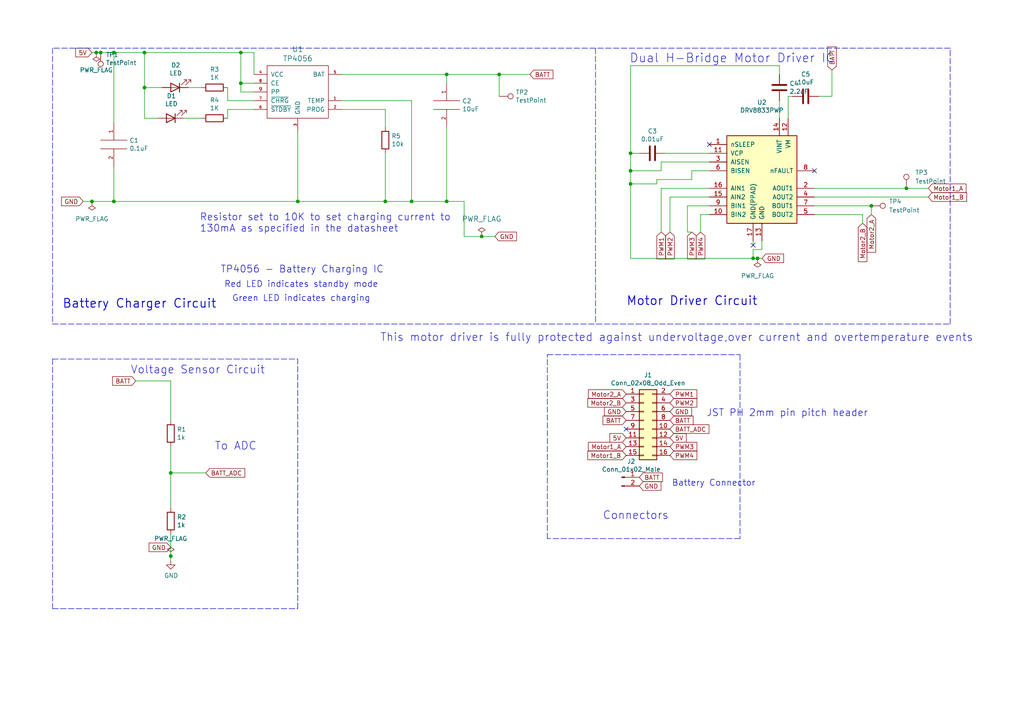
<source format=kicad_sch>
(kicad_sch
	(version 20231120)
	(generator "eeschema")
	(generator_version "8.0")
	(uuid "8da9982b-93e3-4d07-85da-986be368bd6a")
	(paper "A4")
	(title_block
		(title "PowerSubmodule")
		(date "2024/04/21")
		(rev "v01")
		(company "University Of Cape Town")
		(comment 1 "Author:Tadiwa Tanyanyiwa")
	)
	(lib_symbols
		(symbol "Connector:TestPoint"
			(pin_numbers hide)
			(pin_names
				(offset 0.762) hide)
			(exclude_from_sim no)
			(in_bom yes)
			(on_board yes)
			(property "Reference" "TP"
				(at 0 6.858 0)
				(effects
					(font
						(size 1.27 1.27)
					)
				)
			)
			(property "Value" "TestPoint"
				(at 0 5.08 0)
				(effects
					(font
						(size 1.27 1.27)
					)
				)
			)
			(property "Footprint" ""
				(at 5.08 0 0)
				(effects
					(font
						(size 1.27 1.27)
					)
					(hide yes)
				)
			)
			(property "Datasheet" "~"
				(at 5.08 0 0)
				(effects
					(font
						(size 1.27 1.27)
					)
					(hide yes)
				)
			)
			(property "Description" "test point"
				(at 0 0 0)
				(effects
					(font
						(size 1.27 1.27)
					)
					(hide yes)
				)
			)
			(property "ki_keywords" "test point tp"
				(at 0 0 0)
				(effects
					(font
						(size 1.27 1.27)
					)
					(hide yes)
				)
			)
			(property "ki_fp_filters" "Pin* Test*"
				(at 0 0 0)
				(effects
					(font
						(size 1.27 1.27)
					)
					(hide yes)
				)
			)
			(symbol "TestPoint_0_1"
				(circle
					(center 0 3.302)
					(radius 0.762)
					(stroke
						(width 0)
						(type default)
					)
					(fill
						(type none)
					)
				)
			)
			(symbol "TestPoint_1_1"
				(pin passive line
					(at 0 0 90)
					(length 2.54)
					(name "1"
						(effects
							(font
								(size 1.27 1.27)
							)
						)
					)
					(number "1"
						(effects
							(font
								(size 1.27 1.27)
							)
						)
					)
				)
			)
		)
		(symbol "Connector_Generic:Conn_02x08_Odd_Even"
			(pin_names
				(offset 1.016) hide)
			(exclude_from_sim no)
			(in_bom yes)
			(on_board yes)
			(property "Reference" "J"
				(at 1.27 10.16 0)
				(effects
					(font
						(size 1.27 1.27)
					)
				)
			)
			(property "Value" "Conn_02x08_Odd_Even"
				(at 1.27 -12.7 0)
				(effects
					(font
						(size 1.27 1.27)
					)
				)
			)
			(property "Footprint" ""
				(at 0 0 0)
				(effects
					(font
						(size 1.27 1.27)
					)
					(hide yes)
				)
			)
			(property "Datasheet" "~"
				(at 0 0 0)
				(effects
					(font
						(size 1.27 1.27)
					)
					(hide yes)
				)
			)
			(property "Description" "Generic connector, double row, 02x08, odd/even pin numbering scheme (row 1 odd numbers, row 2 even numbers), script generated (kicad-library-utils/schlib/autogen/connector/)"
				(at 0 0 0)
				(effects
					(font
						(size 1.27 1.27)
					)
					(hide yes)
				)
			)
			(property "ki_keywords" "connector"
				(at 0 0 0)
				(effects
					(font
						(size 1.27 1.27)
					)
					(hide yes)
				)
			)
			(property "ki_fp_filters" "Connector*:*_2x??_*"
				(at 0 0 0)
				(effects
					(font
						(size 1.27 1.27)
					)
					(hide yes)
				)
			)
			(symbol "Conn_02x08_Odd_Even_1_1"
				(rectangle
					(start -1.27 -10.033)
					(end 0 -10.287)
					(stroke
						(width 0.1524)
						(type default)
					)
					(fill
						(type none)
					)
				)
				(rectangle
					(start -1.27 -7.493)
					(end 0 -7.747)
					(stroke
						(width 0.1524)
						(type default)
					)
					(fill
						(type none)
					)
				)
				(rectangle
					(start -1.27 -4.953)
					(end 0 -5.207)
					(stroke
						(width 0.1524)
						(type default)
					)
					(fill
						(type none)
					)
				)
				(rectangle
					(start -1.27 -2.413)
					(end 0 -2.667)
					(stroke
						(width 0.1524)
						(type default)
					)
					(fill
						(type none)
					)
				)
				(rectangle
					(start -1.27 0.127)
					(end 0 -0.127)
					(stroke
						(width 0.1524)
						(type default)
					)
					(fill
						(type none)
					)
				)
				(rectangle
					(start -1.27 2.667)
					(end 0 2.413)
					(stroke
						(width 0.1524)
						(type default)
					)
					(fill
						(type none)
					)
				)
				(rectangle
					(start -1.27 5.207)
					(end 0 4.953)
					(stroke
						(width 0.1524)
						(type default)
					)
					(fill
						(type none)
					)
				)
				(rectangle
					(start -1.27 7.747)
					(end 0 7.493)
					(stroke
						(width 0.1524)
						(type default)
					)
					(fill
						(type none)
					)
				)
				(rectangle
					(start -1.27 8.89)
					(end 3.81 -11.43)
					(stroke
						(width 0.254)
						(type default)
					)
					(fill
						(type background)
					)
				)
				(rectangle
					(start 3.81 -10.033)
					(end 2.54 -10.287)
					(stroke
						(width 0.1524)
						(type default)
					)
					(fill
						(type none)
					)
				)
				(rectangle
					(start 3.81 -7.493)
					(end 2.54 -7.747)
					(stroke
						(width 0.1524)
						(type default)
					)
					(fill
						(type none)
					)
				)
				(rectangle
					(start 3.81 -4.953)
					(end 2.54 -5.207)
					(stroke
						(width 0.1524)
						(type default)
					)
					(fill
						(type none)
					)
				)
				(rectangle
					(start 3.81 -2.413)
					(end 2.54 -2.667)
					(stroke
						(width 0.1524)
						(type default)
					)
					(fill
						(type none)
					)
				)
				(rectangle
					(start 3.81 0.127)
					(end 2.54 -0.127)
					(stroke
						(width 0.1524)
						(type default)
					)
					(fill
						(type none)
					)
				)
				(rectangle
					(start 3.81 2.667)
					(end 2.54 2.413)
					(stroke
						(width 0.1524)
						(type default)
					)
					(fill
						(type none)
					)
				)
				(rectangle
					(start 3.81 5.207)
					(end 2.54 4.953)
					(stroke
						(width 0.1524)
						(type default)
					)
					(fill
						(type none)
					)
				)
				(rectangle
					(start 3.81 7.747)
					(end 2.54 7.493)
					(stroke
						(width 0.1524)
						(type default)
					)
					(fill
						(type none)
					)
				)
				(pin passive line
					(at -5.08 7.62 0)
					(length 3.81)
					(name "Pin_1"
						(effects
							(font
								(size 1.27 1.27)
							)
						)
					)
					(number "1"
						(effects
							(font
								(size 1.27 1.27)
							)
						)
					)
				)
				(pin passive line
					(at 7.62 -2.54 180)
					(length 3.81)
					(name "Pin_10"
						(effects
							(font
								(size 1.27 1.27)
							)
						)
					)
					(number "10"
						(effects
							(font
								(size 1.27 1.27)
							)
						)
					)
				)
				(pin passive line
					(at -5.08 -5.08 0)
					(length 3.81)
					(name "Pin_11"
						(effects
							(font
								(size 1.27 1.27)
							)
						)
					)
					(number "11"
						(effects
							(font
								(size 1.27 1.27)
							)
						)
					)
				)
				(pin passive line
					(at 7.62 -5.08 180)
					(length 3.81)
					(name "Pin_12"
						(effects
							(font
								(size 1.27 1.27)
							)
						)
					)
					(number "12"
						(effects
							(font
								(size 1.27 1.27)
							)
						)
					)
				)
				(pin passive line
					(at -5.08 -7.62 0)
					(length 3.81)
					(name "Pin_13"
						(effects
							(font
								(size 1.27 1.27)
							)
						)
					)
					(number "13"
						(effects
							(font
								(size 1.27 1.27)
							)
						)
					)
				)
				(pin passive line
					(at 7.62 -7.62 180)
					(length 3.81)
					(name "Pin_14"
						(effects
							(font
								(size 1.27 1.27)
							)
						)
					)
					(number "14"
						(effects
							(font
								(size 1.27 1.27)
							)
						)
					)
				)
				(pin passive line
					(at -5.08 -10.16 0)
					(length 3.81)
					(name "Pin_15"
						(effects
							(font
								(size 1.27 1.27)
							)
						)
					)
					(number "15"
						(effects
							(font
								(size 1.27 1.27)
							)
						)
					)
				)
				(pin passive line
					(at 7.62 -10.16 180)
					(length 3.81)
					(name "Pin_16"
						(effects
							(font
								(size 1.27 1.27)
							)
						)
					)
					(number "16"
						(effects
							(font
								(size 1.27 1.27)
							)
						)
					)
				)
				(pin passive line
					(at 7.62 7.62 180)
					(length 3.81)
					(name "Pin_2"
						(effects
							(font
								(size 1.27 1.27)
							)
						)
					)
					(number "2"
						(effects
							(font
								(size 1.27 1.27)
							)
						)
					)
				)
				(pin passive line
					(at -5.08 5.08 0)
					(length 3.81)
					(name "Pin_3"
						(effects
							(font
								(size 1.27 1.27)
							)
						)
					)
					(number "3"
						(effects
							(font
								(size 1.27 1.27)
							)
						)
					)
				)
				(pin passive line
					(at 7.62 5.08 180)
					(length 3.81)
					(name "Pin_4"
						(effects
							(font
								(size 1.27 1.27)
							)
						)
					)
					(number "4"
						(effects
							(font
								(size 1.27 1.27)
							)
						)
					)
				)
				(pin passive line
					(at -5.08 2.54 0)
					(length 3.81)
					(name "Pin_5"
						(effects
							(font
								(size 1.27 1.27)
							)
						)
					)
					(number "5"
						(effects
							(font
								(size 1.27 1.27)
							)
						)
					)
				)
				(pin passive line
					(at 7.62 2.54 180)
					(length 3.81)
					(name "Pin_6"
						(effects
							(font
								(size 1.27 1.27)
							)
						)
					)
					(number "6"
						(effects
							(font
								(size 1.27 1.27)
							)
						)
					)
				)
				(pin passive line
					(at -5.08 0 0)
					(length 3.81)
					(name "Pin_7"
						(effects
							(font
								(size 1.27 1.27)
							)
						)
					)
					(number "7"
						(effects
							(font
								(size 1.27 1.27)
							)
						)
					)
				)
				(pin passive line
					(at 7.62 0 180)
					(length 3.81)
					(name "Pin_8"
						(effects
							(font
								(size 1.27 1.27)
							)
						)
					)
					(number "8"
						(effects
							(font
								(size 1.27 1.27)
							)
						)
					)
				)
				(pin passive line
					(at -5.08 -2.54 0)
					(length 3.81)
					(name "Pin_9"
						(effects
							(font
								(size 1.27 1.27)
							)
						)
					)
					(number "9"
						(effects
							(font
								(size 1.27 1.27)
							)
						)
					)
				)
			)
		)
		(symbol "Device:C"
			(pin_numbers hide)
			(pin_names
				(offset 0.254)
			)
			(exclude_from_sim no)
			(in_bom yes)
			(on_board yes)
			(property "Reference" "C"
				(at 0.635 2.54 0)
				(effects
					(font
						(size 1.27 1.27)
					)
					(justify left)
				)
			)
			(property "Value" "C"
				(at 0.635 -2.54 0)
				(effects
					(font
						(size 1.27 1.27)
					)
					(justify left)
				)
			)
			(property "Footprint" ""
				(at 0.9652 -3.81 0)
				(effects
					(font
						(size 1.27 1.27)
					)
					(hide yes)
				)
			)
			(property "Datasheet" "~"
				(at 0 0 0)
				(effects
					(font
						(size 1.27 1.27)
					)
					(hide yes)
				)
			)
			(property "Description" "Unpolarized capacitor"
				(at 0 0 0)
				(effects
					(font
						(size 1.27 1.27)
					)
					(hide yes)
				)
			)
			(property "ki_keywords" "cap capacitor"
				(at 0 0 0)
				(effects
					(font
						(size 1.27 1.27)
					)
					(hide yes)
				)
			)
			(property "ki_fp_filters" "C_*"
				(at 0 0 0)
				(effects
					(font
						(size 1.27 1.27)
					)
					(hide yes)
				)
			)
			(symbol "C_0_1"
				(polyline
					(pts
						(xy -2.032 -0.762) (xy 2.032 -0.762)
					)
					(stroke
						(width 0.508)
						(type default)
					)
					(fill
						(type none)
					)
				)
				(polyline
					(pts
						(xy -2.032 0.762) (xy 2.032 0.762)
					)
					(stroke
						(width 0.508)
						(type default)
					)
					(fill
						(type none)
					)
				)
			)
			(symbol "C_1_1"
				(pin passive line
					(at 0 3.81 270)
					(length 2.794)
					(name "~"
						(effects
							(font
								(size 1.27 1.27)
							)
						)
					)
					(number "1"
						(effects
							(font
								(size 1.27 1.27)
							)
						)
					)
				)
				(pin passive line
					(at 0 -3.81 90)
					(length 2.794)
					(name "~"
						(effects
							(font
								(size 1.27 1.27)
							)
						)
					)
					(number "2"
						(effects
							(font
								(size 1.27 1.27)
							)
						)
					)
				)
			)
		)
		(symbol "Device:LED"
			(pin_numbers hide)
			(pin_names
				(offset 1.016) hide)
			(exclude_from_sim no)
			(in_bom yes)
			(on_board yes)
			(property "Reference" "D"
				(at 0 2.54 0)
				(effects
					(font
						(size 1.27 1.27)
					)
				)
			)
			(property "Value" "LED"
				(at 0 -2.54 0)
				(effects
					(font
						(size 1.27 1.27)
					)
				)
			)
			(property "Footprint" ""
				(at 0 0 0)
				(effects
					(font
						(size 1.27 1.27)
					)
					(hide yes)
				)
			)
			(property "Datasheet" "~"
				(at 0 0 0)
				(effects
					(font
						(size 1.27 1.27)
					)
					(hide yes)
				)
			)
			(property "Description" "Light emitting diode"
				(at 0 0 0)
				(effects
					(font
						(size 1.27 1.27)
					)
					(hide yes)
				)
			)
			(property "ki_keywords" "LED diode"
				(at 0 0 0)
				(effects
					(font
						(size 1.27 1.27)
					)
					(hide yes)
				)
			)
			(property "ki_fp_filters" "LED* LED_SMD:* LED_THT:*"
				(at 0 0 0)
				(effects
					(font
						(size 1.27 1.27)
					)
					(hide yes)
				)
			)
			(symbol "LED_0_1"
				(polyline
					(pts
						(xy -1.27 -1.27) (xy -1.27 1.27)
					)
					(stroke
						(width 0.254)
						(type default)
					)
					(fill
						(type none)
					)
				)
				(polyline
					(pts
						(xy -1.27 0) (xy 1.27 0)
					)
					(stroke
						(width 0)
						(type default)
					)
					(fill
						(type none)
					)
				)
				(polyline
					(pts
						(xy 1.27 -1.27) (xy 1.27 1.27) (xy -1.27 0) (xy 1.27 -1.27)
					)
					(stroke
						(width 0.254)
						(type default)
					)
					(fill
						(type none)
					)
				)
				(polyline
					(pts
						(xy -3.048 -0.762) (xy -4.572 -2.286) (xy -3.81 -2.286) (xy -4.572 -2.286) (xy -4.572 -1.524)
					)
					(stroke
						(width 0)
						(type default)
					)
					(fill
						(type none)
					)
				)
				(polyline
					(pts
						(xy -1.778 -0.762) (xy -3.302 -2.286) (xy -2.54 -2.286) (xy -3.302 -2.286) (xy -3.302 -1.524)
					)
					(stroke
						(width 0)
						(type default)
					)
					(fill
						(type none)
					)
				)
			)
			(symbol "LED_1_1"
				(pin passive line
					(at -3.81 0 0)
					(length 2.54)
					(name "K"
						(effects
							(font
								(size 1.27 1.27)
							)
						)
					)
					(number "1"
						(effects
							(font
								(size 1.27 1.27)
							)
						)
					)
				)
				(pin passive line
					(at 3.81 0 180)
					(length 2.54)
					(name "A"
						(effects
							(font
								(size 1.27 1.27)
							)
						)
					)
					(number "2"
						(effects
							(font
								(size 1.27 1.27)
							)
						)
					)
				)
			)
		)
		(symbol "Device:R"
			(pin_numbers hide)
			(pin_names
				(offset 0)
			)
			(exclude_from_sim no)
			(in_bom yes)
			(on_board yes)
			(property "Reference" "R"
				(at 2.032 0 90)
				(effects
					(font
						(size 1.27 1.27)
					)
				)
			)
			(property "Value" "R"
				(at 0 0 90)
				(effects
					(font
						(size 1.27 1.27)
					)
				)
			)
			(property "Footprint" ""
				(at -1.778 0 90)
				(effects
					(font
						(size 1.27 1.27)
					)
					(hide yes)
				)
			)
			(property "Datasheet" "~"
				(at 0 0 0)
				(effects
					(font
						(size 1.27 1.27)
					)
					(hide yes)
				)
			)
			(property "Description" "Resistor"
				(at 0 0 0)
				(effects
					(font
						(size 1.27 1.27)
					)
					(hide yes)
				)
			)
			(property "ki_keywords" "R res resistor"
				(at 0 0 0)
				(effects
					(font
						(size 1.27 1.27)
					)
					(hide yes)
				)
			)
			(property "ki_fp_filters" "R_*"
				(at 0 0 0)
				(effects
					(font
						(size 1.27 1.27)
					)
					(hide yes)
				)
			)
			(symbol "R_0_1"
				(rectangle
					(start -1.016 -2.54)
					(end 1.016 2.54)
					(stroke
						(width 0.254)
						(type default)
					)
					(fill
						(type none)
					)
				)
			)
			(symbol "R_1_1"
				(pin passive line
					(at 0 3.81 270)
					(length 1.27)
					(name "~"
						(effects
							(font
								(size 1.27 1.27)
							)
						)
					)
					(number "1"
						(effects
							(font
								(size 1.27 1.27)
							)
						)
					)
				)
				(pin passive line
					(at 0 -3.81 90)
					(length 1.27)
					(name "~"
						(effects
							(font
								(size 1.27 1.27)
							)
						)
					)
					(number "2"
						(effects
							(font
								(size 1.27 1.27)
							)
						)
					)
				)
			)
		)
		(symbol "PowerSubmodule-rescue:C-pspice"
			(pin_names
				(offset 0.254)
			)
			(exclude_from_sim no)
			(in_bom yes)
			(on_board yes)
			(property "Reference" "C"
				(at 2.54 3.81 90)
				(effects
					(font
						(size 1.27 1.27)
					)
				)
			)
			(property "Value" "pspice_C"
				(at 2.54 -3.81 90)
				(effects
					(font
						(size 1.27 1.27)
					)
				)
			)
			(property "Footprint" ""
				(at 0 0 0)
				(effects
					(font
						(size 1.27 1.27)
					)
					(hide yes)
				)
			)
			(property "Datasheet" ""
				(at 0 0 0)
				(effects
					(font
						(size 1.27 1.27)
					)
					(hide yes)
				)
			)
			(property "Description" ""
				(at 0 0 0)
				(effects
					(font
						(size 1.27 1.27)
					)
					(hide yes)
				)
			)
			(symbol "C-pspice_0_1"
				(polyline
					(pts
						(xy -3.81 -1.27) (xy 3.81 -1.27)
					)
					(stroke
						(width 0)
						(type solid)
					)
					(fill
						(type none)
					)
				)
				(polyline
					(pts
						(xy -3.81 1.27) (xy 3.81 1.27)
					)
					(stroke
						(width 0)
						(type solid)
					)
					(fill
						(type none)
					)
				)
			)
			(symbol "C-pspice_1_1"
				(pin passive line
					(at 0 6.35 270)
					(length 5.08)
					(name "~"
						(effects
							(font
								(size 1.016 1.016)
							)
						)
					)
					(number "1"
						(effects
							(font
								(size 1.016 1.016)
							)
						)
					)
				)
				(pin passive line
					(at 0 -6.35 90)
					(length 5.08)
					(name "~"
						(effects
							(font
								(size 1.016 1.016)
							)
						)
					)
					(number "2"
						(effects
							(font
								(size 1.016 1.016)
							)
						)
					)
				)
			)
		)
		(symbol "PowerSubmodule-rescue:Conn_01x02_Male-Connector"
			(pin_names
				(offset 1.016) hide)
			(exclude_from_sim no)
			(in_bom yes)
			(on_board yes)
			(property "Reference" "J"
				(at 0 2.54 0)
				(effects
					(font
						(size 1.27 1.27)
					)
				)
			)
			(property "Value" "Connector_Conn_01x02_Male"
				(at 0 -5.08 0)
				(effects
					(font
						(size 1.27 1.27)
					)
				)
			)
			(property "Footprint" ""
				(at 0 0 0)
				(effects
					(font
						(size 1.27 1.27)
					)
					(hide yes)
				)
			)
			(property "Datasheet" ""
				(at 0 0 0)
				(effects
					(font
						(size 1.27 1.27)
					)
					(hide yes)
				)
			)
			(property "Description" ""
				(at 0 0 0)
				(effects
					(font
						(size 1.27 1.27)
					)
					(hide yes)
				)
			)
			(property "ki_fp_filters" "Connector*:*_1x??_*"
				(at 0 0 0)
				(effects
					(font
						(size 1.27 1.27)
					)
					(hide yes)
				)
			)
			(symbol "Conn_01x02_Male-Connector_1_1"
				(polyline
					(pts
						(xy 1.27 -2.54) (xy 0.8636 -2.54)
					)
					(stroke
						(width 0.1524)
						(type solid)
					)
					(fill
						(type none)
					)
				)
				(polyline
					(pts
						(xy 1.27 0) (xy 0.8636 0)
					)
					(stroke
						(width 0.1524)
						(type solid)
					)
					(fill
						(type none)
					)
				)
				(rectangle
					(start 0.8636 -2.413)
					(end 0 -2.667)
					(stroke
						(width 0.1524)
						(type solid)
					)
					(fill
						(type outline)
					)
				)
				(rectangle
					(start 0.8636 0.127)
					(end 0 -0.127)
					(stroke
						(width 0.1524)
						(type solid)
					)
					(fill
						(type outline)
					)
				)
				(pin passive line
					(at 5.08 0 180)
					(length 3.81)
					(name "Pin_1"
						(effects
							(font
								(size 1.27 1.27)
							)
						)
					)
					(number "1"
						(effects
							(font
								(size 1.27 1.27)
							)
						)
					)
				)
				(pin passive line
					(at 5.08 -2.54 180)
					(length 3.81)
					(name "Pin_2"
						(effects
							(font
								(size 1.27 1.27)
							)
						)
					)
					(number "2"
						(effects
							(font
								(size 1.27 1.27)
							)
						)
					)
				)
			)
		)
		(symbol "PowerSubmodule-rescue:DRV8833PWP-Driver_Motor"
			(pin_names
				(offset 1.016)
			)
			(exclude_from_sim no)
			(in_bom yes)
			(on_board yes)
			(property "Reference" "U"
				(at -3.81 16.51 0)
				(effects
					(font
						(size 1.27 1.27)
					)
				)
			)
			(property "Value" "Driver_Motor_DRV8833PWP"
				(at -3.81 13.97 0)
				(effects
					(font
						(size 1.27 1.27)
					)
				)
			)
			(property "Footprint" "Package_SO:HTSSOP-16-1EP_4.4x5mm_P0.65mm_EP3.4x5mm_Mask2.46x2.31mm_ThermalVias"
				(at 11.43 11.43 0)
				(effects
					(font
						(size 1.27 1.27)
					)
					(justify left)
					(hide yes)
				)
			)
			(property "Datasheet" ""
				(at -3.81 13.97 0)
				(effects
					(font
						(size 1.27 1.27)
					)
					(hide yes)
				)
			)
			(property "Description" ""
				(at 0 0 0)
				(effects
					(font
						(size 1.27 1.27)
					)
					(hide yes)
				)
			)
			(property "ki_fp_filters" "HTSSOP-16-1EP*4.4x5mm*P0.65mm*"
				(at 0 0 0)
				(effects
					(font
						(size 1.27 1.27)
					)
					(hide yes)
				)
			)
			(symbol "DRV8833PWP-Driver_Motor_0_1"
				(rectangle
					(start -10.16 12.7)
					(end 10.16 -12.7)
					(stroke
						(width 0.254)
						(type solid)
					)
					(fill
						(type background)
					)
				)
			)
			(symbol "DRV8833PWP-Driver_Motor_1_1"
				(pin input line
					(at -15.24 10.16 0)
					(length 5.08)
					(name "nSLEEP"
						(effects
							(font
								(size 1.27 1.27)
							)
						)
					)
					(number "1"
						(effects
							(font
								(size 1.27 1.27)
							)
						)
					)
				)
				(pin input line
					(at -15.24 -10.16 0)
					(length 5.08)
					(name "BIN2"
						(effects
							(font
								(size 1.27 1.27)
							)
						)
					)
					(number "10"
						(effects
							(font
								(size 1.27 1.27)
							)
						)
					)
				)
				(pin bidirectional line
					(at -15.24 7.62 0)
					(length 5.08)
					(name "VCP"
						(effects
							(font
								(size 1.27 1.27)
							)
						)
					)
					(number "11"
						(effects
							(font
								(size 1.27 1.27)
							)
						)
					)
				)
				(pin power_in line
					(at 7.62 17.78 270)
					(length 5.08)
					(name "VM"
						(effects
							(font
								(size 1.27 1.27)
							)
						)
					)
					(number "12"
						(effects
							(font
								(size 1.27 1.27)
							)
						)
					)
				)
				(pin power_in line
					(at 0 -17.78 90)
					(length 5.08)
					(name "GND"
						(effects
							(font
								(size 1.27 1.27)
							)
						)
					)
					(number "13"
						(effects
							(font
								(size 1.27 1.27)
							)
						)
					)
				)
				(pin power_in line
					(at 5.08 17.78 270)
					(length 5.08)
					(name "VINT"
						(effects
							(font
								(size 1.27 1.27)
							)
						)
					)
					(number "14"
						(effects
							(font
								(size 1.27 1.27)
							)
						)
					)
				)
				(pin input line
					(at -15.24 -5.08 0)
					(length 5.08)
					(name "AIN2"
						(effects
							(font
								(size 1.27 1.27)
							)
						)
					)
					(number "15"
						(effects
							(font
								(size 1.27 1.27)
							)
						)
					)
				)
				(pin input line
					(at -15.24 -2.54 0)
					(length 5.08)
					(name "AIN1"
						(effects
							(font
								(size 1.27 1.27)
							)
						)
					)
					(number "16"
						(effects
							(font
								(size 1.27 1.27)
							)
						)
					)
				)
				(pin power_in line
					(at -2.54 -17.78 90)
					(length 5.08)
					(name "GND(PPAD)"
						(effects
							(font
								(size 1.27 1.27)
							)
						)
					)
					(number "17"
						(effects
							(font
								(size 1.27 1.27)
							)
						)
					)
				)
				(pin power_out line
					(at 15.24 -2.54 180)
					(length 5.08)
					(name "AOUT1"
						(effects
							(font
								(size 1.27 1.27)
							)
						)
					)
					(number "2"
						(effects
							(font
								(size 1.27 1.27)
							)
						)
					)
				)
				(pin bidirectional line
					(at -15.24 5.08 0)
					(length 5.08)
					(name "AISEN"
						(effects
							(font
								(size 1.27 1.27)
							)
						)
					)
					(number "3"
						(effects
							(font
								(size 1.27 1.27)
							)
						)
					)
				)
				(pin power_out line
					(at 15.24 -5.08 180)
					(length 5.08)
					(name "AOUT2"
						(effects
							(font
								(size 1.27 1.27)
							)
						)
					)
					(number "4"
						(effects
							(font
								(size 1.27 1.27)
							)
						)
					)
				)
				(pin power_out line
					(at 15.24 -10.16 180)
					(length 5.08)
					(name "BOUT2"
						(effects
							(font
								(size 1.27 1.27)
							)
						)
					)
					(number "5"
						(effects
							(font
								(size 1.27 1.27)
							)
						)
					)
				)
				(pin bidirectional line
					(at -15.24 2.54 0)
					(length 5.08)
					(name "BISEN"
						(effects
							(font
								(size 1.27 1.27)
							)
						)
					)
					(number "6"
						(effects
							(font
								(size 1.27 1.27)
							)
						)
					)
				)
				(pin power_out line
					(at 15.24 -7.62 180)
					(length 5.08)
					(name "BOUT1"
						(effects
							(font
								(size 1.27 1.27)
							)
						)
					)
					(number "7"
						(effects
							(font
								(size 1.27 1.27)
							)
						)
					)
				)
				(pin open_collector line
					(at 15.24 2.54 180)
					(length 5.08)
					(name "nFAULT"
						(effects
							(font
								(size 1.27 1.27)
							)
						)
					)
					(number "8"
						(effects
							(font
								(size 1.27 1.27)
							)
						)
					)
				)
				(pin input line
					(at -15.24 -7.62 0)
					(length 5.08)
					(name "BIN1"
						(effects
							(font
								(size 1.27 1.27)
							)
						)
					)
					(number "9"
						(effects
							(font
								(size 1.27 1.27)
							)
						)
					)
				)
			)
		)
		(symbol "PowerSubmodule-rescue:GND-power"
			(power)
			(pin_names
				(offset 0)
			)
			(exclude_from_sim no)
			(in_bom yes)
			(on_board yes)
			(property "Reference" "#PWR"
				(at 0 -6.35 0)
				(effects
					(font
						(size 1.27 1.27)
					)
					(hide yes)
				)
			)
			(property "Value" "power_GND"
				(at 0 -3.81 0)
				(effects
					(font
						(size 1.27 1.27)
					)
				)
			)
			(property "Footprint" ""
				(at 0 0 0)
				(effects
					(font
						(size 1.27 1.27)
					)
					(hide yes)
				)
			)
			(property "Datasheet" ""
				(at 0 0 0)
				(effects
					(font
						(size 1.27 1.27)
					)
					(hide yes)
				)
			)
			(property "Description" ""
				(at 0 0 0)
				(effects
					(font
						(size 1.27 1.27)
					)
					(hide yes)
				)
			)
			(symbol "GND-power_0_1"
				(polyline
					(pts
						(xy 0 0) (xy 0 -1.27) (xy 1.27 -1.27) (xy 0 -2.54) (xy -1.27 -1.27) (xy 0 -1.27)
					)
					(stroke
						(width 0)
						(type solid)
					)
					(fill
						(type none)
					)
				)
			)
			(symbol "GND-power_1_1"
				(pin power_in line
					(at 0 0 270)
					(length 0) hide
					(name "GND"
						(effects
							(font
								(size 1.27 1.27)
							)
						)
					)
					(number "1"
						(effects
							(font
								(size 1.27 1.27)
							)
						)
					)
				)
			)
		)
		(symbol "PowerSubmodule-rescue:TP4056-tp4056"
			(pin_names
				(offset 1.016)
			)
			(exclude_from_sim no)
			(in_bom yes)
			(on_board yes)
			(property "Reference" "U"
				(at -8.89 10.16 0)
				(effects
					(font
						(size 1.524 1.524)
					)
					(justify left)
				)
			)
			(property "Value" "tp4056_TP4056"
				(at 8.89 10.16 0)
				(effects
					(font
						(size 1.524 1.524)
					)
					(justify right)
				)
			)
			(property "Footprint" ""
				(at 0 0 0)
				(effects
					(font
						(size 1.524 1.524)
					)
				)
			)
			(property "Datasheet" ""
				(at 0 0 0)
				(effects
					(font
						(size 1.524 1.524)
					)
				)
			)
			(property "Description" ""
				(at 0 0 0)
				(effects
					(font
						(size 1.27 1.27)
					)
					(hide yes)
				)
			)
			(symbol "TP4056-tp4056_0_1"
				(rectangle
					(start -8.89 8.89)
					(end 8.89 -6.35)
					(stroke
						(width 0)
						(type solid)
					)
					(fill
						(type none)
					)
				)
			)
			(symbol "TP4056-tp4056_1_1"
				(pin passive line
					(at 12.7 -1.27 180)
					(length 3.81)
					(name "TEMP"
						(effects
							(font
								(size 1.27 1.27)
							)
						)
					)
					(number "1"
						(effects
							(font
								(size 0.762 0.762)
							)
						)
					)
				)
				(pin passive line
					(at 12.7 -3.81 180)
					(length 3.81)
					(name "PROG"
						(effects
							(font
								(size 1.27 1.27)
							)
						)
					)
					(number "2"
						(effects
							(font
								(size 0.762 0.762)
							)
						)
					)
				)
				(pin power_in line
					(at 0 -10.16 90)
					(length 3.81)
					(name "GND"
						(effects
							(font
								(size 1.27 1.27)
							)
						)
					)
					(number "3"
						(effects
							(font
								(size 0.762 0.762)
							)
						)
					)
				)
				(pin power_in line
					(at -12.7 6.35 0)
					(length 3.81)
					(name "VCC"
						(effects
							(font
								(size 1.27 1.27)
							)
						)
					)
					(number "4"
						(effects
							(font
								(size 0.762 0.762)
							)
						)
					)
				)
				(pin power_out line
					(at 12.7 6.35 180)
					(length 3.81)
					(name "BAT"
						(effects
							(font
								(size 1.27 1.27)
							)
						)
					)
					(number "5"
						(effects
							(font
								(size 0.762 0.762)
							)
						)
					)
				)
				(pin open_collector line
					(at -12.7 -3.81 0)
					(length 3.81)
					(name "~{STDBY}"
						(effects
							(font
								(size 1.27 1.27)
							)
						)
					)
					(number "6"
						(effects
							(font
								(size 0.762 0.762)
							)
						)
					)
				)
				(pin open_collector line
					(at -12.7 -1.27 0)
					(length 3.81)
					(name "~{CHRG}"
						(effects
							(font
								(size 1.27 1.27)
							)
						)
					)
					(number "7"
						(effects
							(font
								(size 0.762 0.762)
							)
						)
					)
				)
				(pin input line
					(at -12.7 3.81 0)
					(length 3.81)
					(name "CE"
						(effects
							(font
								(size 1.27 1.27)
							)
						)
					)
					(number "8"
						(effects
							(font
								(size 0.762 0.762)
							)
						)
					)
				)
				(pin input line
					(at -12.7 1.27 0)
					(length 3.81)
					(name "PP"
						(effects
							(font
								(size 1.27 1.27)
							)
						)
					)
					(number "9"
						(effects
							(font
								(size 0.9906 0.9906)
							)
						)
					)
				)
			)
		)
		(symbol "power:PWR_FLAG"
			(power)
			(pin_numbers hide)
			(pin_names
				(offset 0) hide)
			(exclude_from_sim no)
			(in_bom yes)
			(on_board yes)
			(property "Reference" "#FLG"
				(at 0 1.905 0)
				(effects
					(font
						(size 1.27 1.27)
					)
					(hide yes)
				)
			)
			(property "Value" "PWR_FLAG"
				(at 0 3.81 0)
				(effects
					(font
						(size 1.27 1.27)
					)
				)
			)
			(property "Footprint" ""
				(at 0 0 0)
				(effects
					(font
						(size 1.27 1.27)
					)
					(hide yes)
				)
			)
			(property "Datasheet" "~"
				(at 0 0 0)
				(effects
					(font
						(size 1.27 1.27)
					)
					(hide yes)
				)
			)
			(property "Description" "Special symbol for telling ERC where power comes from"
				(at 0 0 0)
				(effects
					(font
						(size 1.27 1.27)
					)
					(hide yes)
				)
			)
			(property "ki_keywords" "flag power"
				(at 0 0 0)
				(effects
					(font
						(size 1.27 1.27)
					)
					(hide yes)
				)
			)
			(symbol "PWR_FLAG_0_0"
				(pin power_out line
					(at 0 0 90)
					(length 0)
					(name "~"
						(effects
							(font
								(size 1.27 1.27)
							)
						)
					)
					(number "1"
						(effects
							(font
								(size 1.27 1.27)
							)
						)
					)
				)
			)
			(symbol "PWR_FLAG_0_1"
				(polyline
					(pts
						(xy 0 0) (xy 0 1.27) (xy -1.016 1.905) (xy 0 2.54) (xy 1.016 1.905) (xy 0 1.27)
					)
					(stroke
						(width 0)
						(type default)
					)
					(fill
						(type none)
					)
				)
			)
		)
	)
	(junction
		(at 144.78 21.59)
		(diameter 0)
		(color 0 0 0 0)
		(uuid "082df820-2d6f-457a-a93a-bbfd62fb3525")
	)
	(junction
		(at 182.88 53.34)
		(diameter 0)
		(color 0 0 0 0)
		(uuid "1e2d1920-b661-4886-9ee7-62873389076c")
	)
	(junction
		(at 129.54 58.42)
		(diameter 0)
		(color 0 0 0 0)
		(uuid "364f6cf0-b5bf-4ae7-a335-7f90f0601deb")
	)
	(junction
		(at 49.53 137.16)
		(diameter 0)
		(color 0 0 0 0)
		(uuid "3fcdbe06-e1fb-4936-9dff-9a02458a54a4")
	)
	(junction
		(at 33.02 15.24)
		(diameter 0)
		(color 0 0 0 0)
		(uuid "518dd03c-5767-412f-9a79-9b5b2cc3ba33")
	)
	(junction
		(at 111.76 58.42)
		(diameter 0)
		(color 0 0 0 0)
		(uuid "589394e8-aaab-4015-b4c6-b2fbf062e45c")
	)
	(junction
		(at 49.53 161.29)
		(diameter 0)
		(color 0 0 0 0)
		(uuid "652561d9-fabb-4979-bda0-7fda19c5fd35")
	)
	(junction
		(at 33.02 58.42)
		(diameter 0)
		(color 0 0 0 0)
		(uuid "6ba4cc86-893c-4b3d-a3b8-044a5248191d")
	)
	(junction
		(at 26.67 58.42)
		(diameter 0)
		(color 0 0 0 0)
		(uuid "78bc49b8-40a5-4d2a-9f3e-910b2ea93d84")
	)
	(junction
		(at 182.88 44.45)
		(diameter 0)
		(color 0 0 0 0)
		(uuid "793f4191-fc26-4556-9880-2099626d2c0d")
	)
	(junction
		(at 27.94 15.24)
		(diameter 0)
		(color 0 0 0 0)
		(uuid "7aefe75f-08f2-49aa-806a-da814a8ee89e")
	)
	(junction
		(at 41.91 15.24)
		(diameter 0)
		(color 0 0 0 0)
		(uuid "84b8c651-601e-45e1-aeff-6c5f909f3033")
	)
	(junction
		(at 119.38 58.42)
		(diameter 0)
		(color 0 0 0 0)
		(uuid "8f145915-0fe1-44ce-b72d-8f090de0ac60")
	)
	(junction
		(at 86.36 58.42)
		(diameter 0)
		(color 0 0 0 0)
		(uuid "933ccca2-fd3c-43cb-b154-c03abc8bdffd")
	)
	(junction
		(at 218.44 74.93)
		(diameter 0)
		(color 0 0 0 0)
		(uuid "9cebe96c-8486-4627-b1c5-e294e4c67d71")
	)
	(junction
		(at 182.88 49.53)
		(diameter 0)
		(color 0 0 0 0)
		(uuid "b9c3ce8c-caaf-4fc2-853a-6d88bc963dd8")
	)
	(junction
		(at 252.73 59.69)
		(diameter 0)
		(color 0 0 0 0)
		(uuid "c20fb4b0-fce4-41da-b8a1-daa763759a13")
	)
	(junction
		(at 139.7 68.58)
		(diameter 0)
		(color 0 0 0 0)
		(uuid "c25ef9c8-aab5-4004-b3ff-f1aab842fbd3")
	)
	(junction
		(at 69.85 15.24)
		(diameter 0)
		(color 0 0 0 0)
		(uuid "c2d217e9-e017-47eb-ac19-289517057eca")
	)
	(junction
		(at 219.71 74.93)
		(diameter 0)
		(color 0 0 0 0)
		(uuid "c9d040e9-1ea2-45d8-8230-181abfb127ec")
	)
	(junction
		(at 69.85 24.13)
		(diameter 0)
		(color 0 0 0 0)
		(uuid "cd2fbff5-e88d-425e-bb26-8228887d648c")
	)
	(junction
		(at 129.54 21.59)
		(diameter 0)
		(color 0 0 0 0)
		(uuid "d28d348e-cd8d-4b01-a0aa-1df4243e7530")
	)
	(junction
		(at 29.21 15.24)
		(diameter 0)
		(color 0 0 0 0)
		(uuid "e09ebd01-123a-4cda-8595-6443029c4932")
	)
	(junction
		(at 41.91 25.4)
		(diameter 0)
		(color 0 0 0 0)
		(uuid "ef75ab90-70ff-4a63-8cbf-0e02fdaef965")
	)
	(junction
		(at 262.89 54.61)
		(diameter 0)
		(color 0 0 0 0)
		(uuid "f969eaed-1255-4239-a64d-e2ffc4f71d4d")
	)
	(no_connect
		(at 218.44 71.12)
		(uuid "1e1b02c0-73a2-4ff4-b303-dc843a7385b6")
	)
	(no_connect
		(at 205.74 41.91)
		(uuid "59f90dc9-55d1-4d66-b368-325f009c4fa3")
	)
	(no_connect
		(at 236.22 49.53)
		(uuid "85423296-607b-4d71-8fbe-bd6cf5b1a977")
	)
	(no_connect
		(at 181.61 124.46)
		(uuid "d0b50caf-f0d9-4b33-b040-c83f2a756b0d")
	)
	(wire
		(pts
			(xy 99.06 21.59) (xy 129.54 21.59)
		)
		(stroke
			(width 0)
			(type default)
		)
		(uuid "001597bf-83ab-46ea-96a2-3424fc825539")
	)
	(wire
		(pts
			(xy 190.5 52.07) (xy 200.66 52.07)
		)
		(stroke
			(width 0)
			(type default)
		)
		(uuid "01a14359-2229-4ca8-9c33-30c892fe7367")
	)
	(wire
		(pts
			(xy 236.22 54.61) (xy 262.89 54.61)
		)
		(stroke
			(width 0)
			(type default)
		)
		(uuid "03583666-c23c-4269-9126-10de8bfa2650")
	)
	(wire
		(pts
			(xy 205.74 62.23) (xy 203.2 62.23)
		)
		(stroke
			(width 0)
			(type default)
		)
		(uuid "0745f974-653a-4569-9696-3aa27cd1be03")
	)
	(wire
		(pts
			(xy 129.54 58.42) (xy 134.62 58.42)
		)
		(stroke
			(width 0)
			(type default)
		)
		(uuid "0a6816d2-f0c5-4b66-b4f5-5fd99a36e48a")
	)
	(wire
		(pts
			(xy 111.76 58.42) (xy 119.38 58.42)
		)
		(stroke
			(width 0)
			(type default)
		)
		(uuid "0bc2868e-6e7a-468d-b532-69e149010d0d")
	)
	(wire
		(pts
			(xy 69.85 26.67) (xy 69.85 24.13)
		)
		(stroke
			(width 0)
			(type default)
		)
		(uuid "0d4f4e9c-26b8-43d1-8007-e0ceaa24536b")
	)
	(wire
		(pts
			(xy 218.44 74.93) (xy 219.71 74.93)
		)
		(stroke
			(width 0)
			(type default)
		)
		(uuid "0f627664-693c-478c-9fc5-928233415673")
	)
	(wire
		(pts
			(xy 99.06 31.75) (xy 111.76 31.75)
		)
		(stroke
			(width 0)
			(type default)
		)
		(uuid "167de5e3-6b48-4bc4-a59a-c3aed27dffc2")
	)
	(wire
		(pts
			(xy 262.89 54.61) (xy 269.24 54.61)
		)
		(stroke
			(width 0)
			(type default)
		)
		(uuid "16c6c02e-4cd9-4067-9e42-3269fb54ace4")
	)
	(wire
		(pts
			(xy 24.13 58.42) (xy 26.67 58.42)
		)
		(stroke
			(width 0)
			(type default)
		)
		(uuid "180dd544-f1bd-4f97-b8f1-a0e125518cd2")
	)
	(wire
		(pts
			(xy 219.71 74.93) (xy 220.98 74.93)
		)
		(stroke
			(width 0)
			(type default)
		)
		(uuid "1a7d5a56-adfe-4776-8b34-4d6720809b77")
	)
	(wire
		(pts
			(xy 41.91 34.29) (xy 41.91 25.4)
		)
		(stroke
			(width 0)
			(type default)
		)
		(uuid "1b7d28ce-b0e0-4e13-b461-5469ef7f5440")
	)
	(wire
		(pts
			(xy 182.88 19.05) (xy 182.88 44.45)
		)
		(stroke
			(width 0)
			(type default)
		)
		(uuid "225a0de2-bc1a-45c3-9496-14940ef31628")
	)
	(wire
		(pts
			(xy 49.53 121.92) (xy 49.53 110.49)
		)
		(stroke
			(width 0)
			(type default)
		)
		(uuid "22cda912-101f-4c77-8529-1a351f409319")
	)
	(polyline
		(pts
			(xy 214.63 156.21) (xy 158.75 156.21)
		)
		(stroke
			(width 0)
			(type dash)
		)
		(uuid "237380c1-3243-4188-a246-bbf9e768f6cd")
	)
	(wire
		(pts
			(xy 144.78 21.59) (xy 153.67 21.59)
		)
		(stroke
			(width 0)
			(type default)
		)
		(uuid "23b561f3-db9b-493f-9da7-3e6d9477c82e")
	)
	(wire
		(pts
			(xy 119.38 58.42) (xy 129.54 58.42)
		)
		(stroke
			(width 0)
			(type default)
		)
		(uuid "24de3008-2280-4337-91e8-82eca9d159a0")
	)
	(wire
		(pts
			(xy 241.3 27.94) (xy 241.3 20.32)
		)
		(stroke
			(width 0)
			(type default)
		)
		(uuid "26cb4613-e299-4ee6-a82b-18b4a393bddd")
	)
	(wire
		(pts
			(xy 236.22 57.15) (xy 269.24 57.15)
		)
		(stroke
			(width 0)
			(type default)
		)
		(uuid "278b73cf-631e-4874-a060-d3a9f5ca5b13")
	)
	(wire
		(pts
			(xy 73.66 26.67) (xy 69.85 26.67)
		)
		(stroke
			(width 0)
			(type default)
		)
		(uuid "281e60ef-714b-4efe-b5c0-3d12e8adc202")
	)
	(wire
		(pts
			(xy 73.66 29.21) (xy 66.04 29.21)
		)
		(stroke
			(width 0)
			(type default)
		)
		(uuid "2a5c828a-0b34-42fd-b3dc-6d9132a0d6bb")
	)
	(wire
		(pts
			(xy 33.02 35.56) (xy 33.02 15.24)
		)
		(stroke
			(width 0)
			(type default)
		)
		(uuid "2f6c65c0-49f5-455c-b24e-ea0d64ea2b3f")
	)
	(wire
		(pts
			(xy 45.72 34.29) (xy 41.91 34.29)
		)
		(stroke
			(width 0)
			(type default)
		)
		(uuid "312ec8f1-c976-4091-ac7b-4f9356c244c3")
	)
	(wire
		(pts
			(xy 26.67 58.42) (xy 33.02 58.42)
		)
		(stroke
			(width 0)
			(type default)
		)
		(uuid "35f44f31-ee79-40d9-9e84-3429118e2883")
	)
	(wire
		(pts
			(xy 190.5 52.07) (xy 190.5 53.34)
		)
		(stroke
			(width 0)
			(type default)
		)
		(uuid "363e81a5-9737-47c5-846b-d9140a5544fc")
	)
	(polyline
		(pts
			(xy 15.24 104.14) (xy 15.24 176.53)
		)
		(stroke
			(width 0)
			(type dash)
		)
		(uuid "39130609-8d13-4ced-9f4c-a7824ac5c25c")
	)
	(wire
		(pts
			(xy 236.22 62.23) (xy 250.19 62.23)
		)
		(stroke
			(width 0)
			(type default)
		)
		(uuid "3a05fd7a-341d-46a7-a5aa-6adf3ee6563f")
	)
	(wire
		(pts
			(xy 59.69 137.16) (xy 49.53 137.16)
		)
		(stroke
			(width 0)
			(type default)
		)
		(uuid "3a55f051-6a93-476e-89b1-ff3664a3c17f")
	)
	(wire
		(pts
			(xy 73.66 31.75) (xy 66.04 31.75)
		)
		(stroke
			(width 0)
			(type default)
		)
		(uuid "3c58c9fc-68ea-4a1c-9d2a-28912ead3c39")
	)
	(wire
		(pts
			(xy 29.21 15.24) (xy 33.02 15.24)
		)
		(stroke
			(width 0)
			(type default)
		)
		(uuid "40055c3c-ab73-4d63-b768-9a85b1f4e60f")
	)
	(wire
		(pts
			(xy 26.67 15.24) (xy 27.94 15.24)
		)
		(stroke
			(width 0)
			(type default)
		)
		(uuid "418372ec-5083-4c20-8119-7011ca696034")
	)
	(wire
		(pts
			(xy 41.91 25.4) (xy 41.91 15.24)
		)
		(stroke
			(width 0)
			(type default)
		)
		(uuid "438c57f7-c64f-4c04-85cd-44a232b748d4")
	)
	(wire
		(pts
			(xy 185.42 44.45) (xy 182.88 44.45)
		)
		(stroke
			(width 0)
			(type default)
		)
		(uuid "44916763-2f9f-4ae9-9540-172c6a3985d9")
	)
	(wire
		(pts
			(xy 27.94 15.24) (xy 29.21 15.24)
		)
		(stroke
			(width 0)
			(type default)
		)
		(uuid "45121c6f-f6c0-4ce4-94dc-b145b0ad8721")
	)
	(polyline
		(pts
			(xy 15.24 104.14) (xy 86.36 104.14)
		)
		(stroke
			(width 0)
			(type dash)
		)
		(uuid "4c9872e2-05f0-41f5-8ccb-04b7fe734817")
	)
	(wire
		(pts
			(xy 182.88 74.93) (xy 218.44 74.93)
		)
		(stroke
			(width 0)
			(type default)
		)
		(uuid "50546477-9a13-4105-aa3e-88621d76b39a")
	)
	(wire
		(pts
			(xy 66.04 29.21) (xy 66.04 25.4)
		)
		(stroke
			(width 0)
			(type default)
		)
		(uuid "54ac3aee-1745-4c18-82bd-25cc70e7c8d0")
	)
	(wire
		(pts
			(xy 182.88 53.34) (xy 190.5 53.34)
		)
		(stroke
			(width 0)
			(type default)
		)
		(uuid "5570e68f-d3bd-428e-a594-0cf47dc04545")
	)
	(wire
		(pts
			(xy 203.2 62.23) (xy 203.2 67.31)
		)
		(stroke
			(width 0)
			(type default)
		)
		(uuid "591d9bc9-1f88-49b2-83a1-72c908581804")
	)
	(wire
		(pts
			(xy 199.39 59.69) (xy 199.39 67.31)
		)
		(stroke
			(width 0)
			(type default)
		)
		(uuid "5bb356e1-568e-4aef-ae78-79985652e9a9")
	)
	(wire
		(pts
			(xy 58.42 34.29) (xy 53.34 34.29)
		)
		(stroke
			(width 0)
			(type default)
		)
		(uuid "5bfc68df-8bec-44f1-9ebf-6b140f7c833a")
	)
	(wire
		(pts
			(xy 134.62 68.58) (xy 139.7 68.58)
		)
		(stroke
			(width 0)
			(type default)
		)
		(uuid "5c80b68b-8b22-4c08-8bb9-c031bddce9cf")
	)
	(wire
		(pts
			(xy 33.02 15.24) (xy 41.91 15.24)
		)
		(stroke
			(width 0)
			(type default)
		)
		(uuid "5cc512f1-0e37-430d-87ac-a5fa8444da75")
	)
	(wire
		(pts
			(xy 119.38 29.21) (xy 119.38 58.42)
		)
		(stroke
			(width 0)
			(type default)
		)
		(uuid "5db2498f-e4a1-4a05-a823-3415b0d68325")
	)
	(wire
		(pts
			(xy 205.74 49.53) (xy 200.66 49.53)
		)
		(stroke
			(width 0)
			(type default)
		)
		(uuid "6195ea62-19f1-45e7-9ed5-c2f4fece1f46")
	)
	(wire
		(pts
			(xy 205.74 44.45) (xy 193.04 44.45)
		)
		(stroke
			(width 0)
			(type default)
		)
		(uuid "6340e4a4-2ac0-475e-a6e9-4a27582c357c")
	)
	(wire
		(pts
			(xy 191.77 46.99) (xy 191.77 49.53)
		)
		(stroke
			(width 0)
			(type default)
		)
		(uuid "6610453c-f351-4db6-901f-7aefc20cdfae")
	)
	(wire
		(pts
			(xy 73.66 21.59) (xy 73.66 15.24)
		)
		(stroke
			(width 0)
			(type default)
		)
		(uuid "66c53a04-2db4-418a-994d-ff80635a85f6")
	)
	(wire
		(pts
			(xy 182.88 44.45) (xy 182.88 49.53)
		)
		(stroke
			(width 0)
			(type default)
		)
		(uuid "67a83a82-c044-4f39-841f-4ae95e81f00d")
	)
	(wire
		(pts
			(xy 99.06 29.21) (xy 119.38 29.21)
		)
		(stroke
			(width 0)
			(type default)
		)
		(uuid "69c94e8f-c534-4aa4-b517-b6c3f6fe8a43")
	)
	(wire
		(pts
			(xy 134.62 58.42) (xy 134.62 68.58)
		)
		(stroke
			(width 0)
			(type default)
		)
		(uuid "6a5cc9ae-f449-49dd-9ed7-83d948e7d5a6")
	)
	(wire
		(pts
			(xy 49.53 161.29) (xy 49.53 162.56)
		)
		(stroke
			(width 0)
			(type default)
		)
		(uuid "6c8b3e1e-ac27-40ce-a203-be959b4cf420")
	)
	(wire
		(pts
			(xy 66.04 31.75) (xy 66.04 34.29)
		)
		(stroke
			(width 0)
			(type default)
		)
		(uuid "70da8d0b-d407-4c51-a5aa-6b3471182039")
	)
	(polyline
		(pts
			(xy 158.75 156.21) (xy 158.75 102.87)
		)
		(stroke
			(width 0)
			(type dash)
		)
		(uuid "73bb6ff6-3811-4a7d-83f7-386acabb0410")
	)
	(wire
		(pts
			(xy 69.85 24.13) (xy 69.85 15.24)
		)
		(stroke
			(width 0)
			(type default)
		)
		(uuid "76fcdc74-ffd2-4932-8dc2-42c9cc405fb6")
	)
	(wire
		(pts
			(xy 226.06 19.05) (xy 182.88 19.05)
		)
		(stroke
			(width 0)
			(type default)
		)
		(uuid "77e25443-9d21-4860-be6b-dfd12278b518")
	)
	(polyline
		(pts
			(xy 172.72 13.97) (xy 172.72 93.98)
		)
		(stroke
			(width 0)
			(type dash)
		)
		(uuid "79c9ece6-f549-4c82-8389-ba5d83b3bb27")
	)
	(wire
		(pts
			(xy 237.49 27.94) (xy 241.3 27.94)
		)
		(stroke
			(width 0)
			(type default)
		)
		(uuid "7f1a7277-2b2a-4792-bbf1-3a34d8c12fa2")
	)
	(wire
		(pts
			(xy 191.77 46.99) (xy 205.74 46.99)
		)
		(stroke
			(width 0)
			(type default)
		)
		(uuid "7f72d802-0863-4901-b409-4db54ad3978d")
	)
	(wire
		(pts
			(xy 252.73 59.69) (xy 252.73 62.23)
		)
		(stroke
			(width 0)
			(type default)
		)
		(uuid "8215b696-57fb-4a02-9234-0dcedce4decd")
	)
	(polyline
		(pts
			(xy 158.75 102.87) (xy 214.63 102.87)
		)
		(stroke
			(width 0)
			(type dash)
		)
		(uuid "8464e553-edff-4681-a728-abbe43b9ddb1")
	)
	(wire
		(pts
			(xy 218.44 72.39) (xy 218.44 74.93)
		)
		(stroke
			(width 0)
			(type default)
		)
		(uuid "88054632-c424-421c-9cdf-0aab6ca74ea4")
	)
	(wire
		(pts
			(xy 228.6 34.29) (xy 228.6 27.94)
		)
		(stroke
			(width 0)
			(type default)
		)
		(uuid "8907c0e2-8490-4307-8ae2-73de9ec8d8d4")
	)
	(wire
		(pts
			(xy 226.06 21.59) (xy 226.06 19.05)
		)
		(stroke
			(width 0)
			(type default)
		)
		(uuid "8bbdd727-25f9-486b-bc7e-49f1bccb8f56")
	)
	(wire
		(pts
			(xy 33.02 48.26) (xy 33.02 58.42)
		)
		(stroke
			(width 0)
			(type default)
		)
		(uuid "8e496e75-de40-45eb-80c6-8b0f5829068a")
	)
	(wire
		(pts
			(xy 194.31 57.15) (xy 194.31 67.31)
		)
		(stroke
			(width 0)
			(type default)
		)
		(uuid "9294e563-bb97-4efe-abfe-b35d2d2a2564")
	)
	(polyline
		(pts
			(xy 15.24 176.53) (xy 86.36 176.53)
		)
		(stroke
			(width 0)
			(type dash)
		)
		(uuid "94edaf79-c3fb-4a2e-a246-d3f6d272689c")
	)
	(wire
		(pts
			(xy 182.88 53.34) (xy 182.88 74.93)
		)
		(stroke
			(width 0)
			(type default)
		)
		(uuid "99f66a5a-22b3-4320-ad97-a3af20a7f870")
	)
	(wire
		(pts
			(xy 111.76 44.45) (xy 111.76 58.42)
		)
		(stroke
			(width 0)
			(type default)
		)
		(uuid "9f171d2a-c846-4eb1-ade7-5711a5c41d60")
	)
	(wire
		(pts
			(xy 220.98 72.39) (xy 218.44 72.39)
		)
		(stroke
			(width 0)
			(type default)
		)
		(uuid "a34d705f-121d-4d21-8f84-eb7c773480ac")
	)
	(wire
		(pts
			(xy 49.53 137.16) (xy 49.53 129.54)
		)
		(stroke
			(width 0)
			(type default)
		)
		(uuid "a4ab79a8-4ee1-4cdc-9429-f03a19950e3f")
	)
	(wire
		(pts
			(xy 205.74 54.61) (xy 191.77 54.61)
		)
		(stroke
			(width 0)
			(type default)
		)
		(uuid "a7e2b3c8-7ba7-4ca4-be84-d7ea6b03c5c4")
	)
	(wire
		(pts
			(xy 129.54 36.83) (xy 129.54 58.42)
		)
		(stroke
			(width 0)
			(type default)
		)
		(uuid "a91ae3ea-244d-4a0f-8bae-50e89bce02a8")
	)
	(wire
		(pts
			(xy 144.78 21.59) (xy 144.78 27.94)
		)
		(stroke
			(width 0)
			(type default)
		)
		(uuid "ab3e7a9e-8335-4a58-a9fc-9d7d51fdb712")
	)
	(wire
		(pts
			(xy 49.53 110.49) (xy 39.37 110.49)
		)
		(stroke
			(width 0)
			(type default)
		)
		(uuid "ab662849-262a-4388-83d7-6c717f17e0b0")
	)
	(wire
		(pts
			(xy 73.66 24.13) (xy 69.85 24.13)
		)
		(stroke
			(width 0)
			(type default)
		)
		(uuid "b17d294e-3c9e-4469-9728-bc5ba13df475")
	)
	(wire
		(pts
			(xy 226.06 34.29) (xy 226.06 29.21)
		)
		(stroke
			(width 0)
			(type default)
		)
		(uuid "b232c854-3d81-4666-9839-bb658e3616e7")
	)
	(wire
		(pts
			(xy 199.39 67.31) (xy 200.66 67.31)
		)
		(stroke
			(width 0)
			(type default)
		)
		(uuid "b4d39d0f-fb47-4050-94fa-a74054685efe")
	)
	(wire
		(pts
			(xy 182.88 53.34) (xy 182.88 49.53)
		)
		(stroke
			(width 0)
			(type default)
		)
		(uuid "b7a46f57-cae2-4f67-835d-061df53fb034")
	)
	(wire
		(pts
			(xy 218.44 69.85) (xy 218.44 71.12)
		)
		(stroke
			(width 0)
			(type default)
		)
		(uuid "b7cf697d-31c9-45c1-924d-2a67d963e147")
	)
	(wire
		(pts
			(xy 41.91 15.24) (xy 69.85 15.24)
		)
		(stroke
			(width 0)
			(type default)
		)
		(uuid "bb02b092-51ab-465a-9ed4-a7b5cfc1e1fe")
	)
	(wire
		(pts
			(xy 33.02 58.42) (xy 86.36 58.42)
		)
		(stroke
			(width 0)
			(type default)
		)
		(uuid "bb887b9c-ea47-436c-81a9-bdcc49271461")
	)
	(wire
		(pts
			(xy 49.53 147.32) (xy 49.53 137.16)
		)
		(stroke
			(width 0)
			(type default)
		)
		(uuid "bbd6543b-1941-47e7-844f-1087a266d76c")
	)
	(wire
		(pts
			(xy 205.74 57.15) (xy 194.31 57.15)
		)
		(stroke
			(width 0)
			(type default)
		)
		(uuid "bfe6844e-ae6e-43f0-87d4-c1aa0a396340")
	)
	(polyline
		(pts
			(xy 275.59 93.98) (xy 275.59 13.97)
		)
		(stroke
			(width 0)
			(type dash)
		)
		(uuid "c10027d5-62f1-4f73-afcc-d1f1819a0703")
	)
	(wire
		(pts
			(xy 220.98 69.85) (xy 220.98 72.39)
		)
		(stroke
			(width 0)
			(type default)
		)
		(uuid "c1102826-ffb1-454d-83d5-16e1d45ec5c6")
	)
	(wire
		(pts
			(xy 69.85 15.24) (xy 73.66 15.24)
		)
		(stroke
			(width 0)
			(type default)
		)
		(uuid "c4e5487e-511c-4523-be68-521774e6a2a3")
	)
	(wire
		(pts
			(xy 86.36 58.42) (xy 111.76 58.42)
		)
		(stroke
			(width 0)
			(type default)
		)
		(uuid "c6a55d83-006e-42f0-9267-70ebe03ec8fc")
	)
	(polyline
		(pts
			(xy 86.36 176.53) (xy 86.36 104.14)
		)
		(stroke
			(width 0)
			(type dash)
		)
		(uuid "c6e73433-530e-4301-aca6-b8087ed0dff7")
	)
	(wire
		(pts
			(xy 129.54 24.13) (xy 129.54 21.59)
		)
		(stroke
			(width 0)
			(type default)
		)
		(uuid "cbb944d5-c073-41b9-884c-1862fcbced5b")
	)
	(wire
		(pts
			(xy 58.42 25.4) (xy 54.61 25.4)
		)
		(stroke
			(width 0)
			(type default)
		)
		(uuid "d0c8f12f-17b0-4209-9f4f-bdf7f0958019")
	)
	(wire
		(pts
			(xy 229.87 27.94) (xy 228.6 27.94)
		)
		(stroke
			(width 0)
			(type default)
		)
		(uuid "d2eb2037-9100-42f6-a9b0-5e77b4613ca4")
	)
	(polyline
		(pts
			(xy 15.24 13.97) (xy 15.24 93.98)
		)
		(stroke
			(width 0)
			(type dash)
		)
		(uuid "d3df62f0-ba52-4c0b-9120-0aaa5790c9af")
	)
	(wire
		(pts
			(xy 129.54 21.59) (xy 144.78 21.59)
		)
		(stroke
			(width 0)
			(type default)
		)
		(uuid "d552d684-461d-4df1-b568-c334b1ce0584")
	)
	(wire
		(pts
			(xy 86.36 38.1) (xy 86.36 58.42)
		)
		(stroke
			(width 0)
			(type default)
		)
		(uuid "d9163258-e01e-4b7b-8f98-0a10abe2cb99")
	)
	(wire
		(pts
			(xy 200.66 49.53) (xy 200.66 52.07)
		)
		(stroke
			(width 0)
			(type default)
		)
		(uuid "db4e4683-e1c1-4dd9-a54e-2d8f30395c19")
	)
	(wire
		(pts
			(xy 111.76 36.83) (xy 111.76 31.75)
		)
		(stroke
			(width 0)
			(type default)
		)
		(uuid "e49d7cbe-e059-45b4-a01c-d3f2bfc67b00")
	)
	(wire
		(pts
			(xy 46.99 25.4) (xy 41.91 25.4)
		)
		(stroke
			(width 0)
			(type default)
		)
		(uuid "e6374575-2431-4689-84f7-ab5d928f706c")
	)
	(wire
		(pts
			(xy 250.19 62.23) (xy 250.19 64.77)
		)
		(stroke
			(width 0)
			(type default)
		)
		(uuid "e6f56b08-b71e-4a36-b40d-8db86fedbdb9")
	)
	(wire
		(pts
			(xy 139.7 68.58) (xy 143.51 68.58)
		)
		(stroke
			(width 0)
			(type default)
		)
		(uuid "e826c8c2-d56b-4e7b-9a1b-dd625729466f")
	)
	(polyline
		(pts
			(xy 214.63 102.87) (xy 214.63 156.21)
		)
		(stroke
			(width 0)
			(type dash)
		)
		(uuid "f09d3ae3-e3c1-4596-9800-6bf3f95c8c2b")
	)
	(polyline
		(pts
			(xy 15.24 93.98) (xy 275.59 93.98)
		)
		(stroke
			(width 0)
			(type dash)
		)
		(uuid "f1cefec8-49c4-4b3c-9ca7-469a93a1aac3")
	)
	(polyline
		(pts
			(xy 275.59 13.97) (xy 15.24 13.97)
		)
		(stroke
			(width 0)
			(type dash)
		)
		(uuid "f24074ab-d188-4dff-8662-fbdc68de300c")
	)
	(wire
		(pts
			(xy 191.77 54.61) (xy 191.77 67.31)
		)
		(stroke
			(width 0)
			(type default)
		)
		(uuid "f7635c66-4536-44b3-96e2-6af82d0a2fc6")
	)
	(wire
		(pts
			(xy 49.53 154.94) (xy 49.53 161.29)
		)
		(stroke
			(width 0)
			(type default)
		)
		(uuid "f7a6a2b9-fb2d-43b7-9888-6721c4527007")
	)
	(wire
		(pts
			(xy 236.22 59.69) (xy 252.73 59.69)
		)
		(stroke
			(width 0)
			(type default)
		)
		(uuid "f9bebba1-5512-4b3e-b6cc-d649139eb439")
	)
	(wire
		(pts
			(xy 205.74 59.69) (xy 199.39 59.69)
		)
		(stroke
			(width 0)
			(type default)
		)
		(uuid "fc566238-17b4-4610-b41b-cea9470226fc")
	)
	(wire
		(pts
			(xy 182.88 49.53) (xy 191.77 49.53)
		)
		(stroke
			(width 0)
			(type default)
		)
		(uuid "ffe3d8ce-1010-4a96-aa66-a154dd2017d2")
	)
	(text "TP4056 - Battery Charging IC"
		(exclude_from_sim no)
		(at 87.63 78.232 0)
		(effects
			(font
				(size 2.032 2.032)
			)
		)
		(uuid "278bf536-8c06-45f5-8050-4402374afd4e")
	)
	(text "Voltage Sensor Circuit"
		(exclude_from_sim no)
		(at 37.846 108.712 0)
		(effects
			(font
				(size 2.286 2.286)
			)
			(justify left bottom)
		)
		(uuid "47d8dd6f-225f-4aeb-8444-fd950ccf39ed")
	)
	(text "Battery Charger Circuit"
		(exclude_from_sim no)
		(at 18.034 89.662 0)
		(effects
			(font
				(size 2.54 2.54)
				(thickness 0.254)
				(bold yes)
			)
			(justify left bottom)
		)
		(uuid "7538b096-3fdd-4d8e-bbf1-c61b4f0df774")
	)
	(text "This motor driver is fully protected against undervoltage,over current and overtemperature events "
		(exclude_from_sim no)
		(at 110.236 99.314 0)
		(effects
			(font
				(size 2.286 2.286)
			)
			(justify left bottom)
		)
		(uuid "83c38519-7677-49c2-8e56-217221bf1e7c")
	)
	(text "Dual H-Bridge Motor Driver IC"
		(exclude_from_sim no)
		(at 212.344 17.018 0)
		(effects
			(font
				(size 2.54 2.54)
			)
		)
		(uuid "8d63ffa7-9b16-4e2b-a919-48459beb5fec")
	)
	(text "Motor Driver Circuit"
		(exclude_from_sim no)
		(at 181.61 88.9 0)
		(effects
			(font
				(size 2.54 2.54)
				(thickness 0.254)
				(bold yes)
			)
			(justify left bottom)
		)
		(uuid "98d522ea-5aeb-4ede-81e6-913c613d19c5")
	)
	(text "Resistor set to 10K to set charging current to\n130mA as specified in the datasheet"
		(exclude_from_sim no)
		(at 57.912 67.564 0)
		(effects
			(font
				(size 2.032 2.032)
			)
			(justify left bottom)
		)
		(uuid "acc70871-dbf2-4d61-a7d2-fcd9d317cbce")
	)
	(text "Connectors"
		(exclude_from_sim no)
		(at 184.404 149.606 0)
		(effects
			(font
				(size 2.286 2.286)
			)
		)
		(uuid "ad52534a-7773-4918-9581-545553234f93")
	)
	(text "Battery Connector"
		(exclude_from_sim no)
		(at 207.01 140.208 0)
		(effects
			(font
				(size 1.778 1.778)
			)
		)
		(uuid "bc056f0d-30af-401b-9b01-286ec4d58f10")
	)
	(text "To ADC "
		(exclude_from_sim no)
		(at 62.23 130.81 0)
		(effects
			(font
				(size 2.286 2.286)
			)
			(justify left bottom)
		)
		(uuid "c58aa05b-b6a4-4161-803a-7903d90cc74f")
	)
	(text "Red LED indicates standby mode"
		(exclude_from_sim no)
		(at 87.376 82.55 0)
		(effects
			(font
				(size 1.778 1.778)
			)
		)
		(uuid "c6512a23-3519-4b28-a492-9ed7ecc92b10")
	)
	(text "Green LED indicates charging\n"
		(exclude_from_sim no)
		(at 87.376 86.614 0)
		(effects
			(font
				(size 1.778 1.778)
			)
		)
		(uuid "cbd50b54-f0cc-400a-87f2-a28fcddb65c7")
	)
	(text "JST PH 2mm pin pitch header"
		(exclude_from_sim no)
		(at 228.346 119.888 0)
		(effects
			(font
				(size 2.032 2.032)
			)
		)
		(uuid "d23514a9-d2b9-4313-bef4-4917cbc69a1a")
	)
	(global_label "Motor1_A"
		(shape input)
		(at 181.61 129.54 180)
		(effects
			(font
				(size 1.27 1.27)
			)
			(justify right)
		)
		(uuid "0fc29e47-758f-46fd-8caf-e2600a5c1363")
		(property "Intersheetrefs" "${INTERSHEET_REFS}"
			(at 181.61 129.54 0)
			(effects
				(font
					(size 1.27 1.27)
				)
				(hide yes)
			)
		)
	)
	(global_label "GND"
		(shape input)
		(at 181.61 119.38 180)
		(effects
			(font
				(size 1.27 1.27)
			)
			(justify right)
		)
		(uuid "22760e98-d5ec-4b09-b286-3e202880e281")
		(property "Intersheetrefs" "${INTERSHEET_REFS}"
			(at 181.61 119.38 0)
			(effects
				(font
					(size 1.27 1.27)
				)
				(hide yes)
			)
		)
	)
	(global_label "PWM3"
		(shape input)
		(at 194.31 129.54 0)
		(effects
			(font
				(size 1.27 1.27)
			)
			(justify left)
		)
		(uuid "22b8c7e6-954d-43e1-8001-b247a71841de")
		(property "Intersheetrefs" "${INTERSHEET_REFS}"
			(at 194.31 129.54 0)
			(effects
				(font
					(size 1.27 1.27)
				)
				(hide yes)
			)
		)
	)
	(global_label "5V"
		(shape input)
		(at 26.67 15.24 180)
		(effects
			(font
				(size 1.27 1.27)
			)
			(justify right)
		)
		(uuid "22de850c-7464-472d-b39d-cc05ad5d0ab2")
		(property "Intersheetrefs" "${INTERSHEET_REFS}"
			(at 26.67 15.24 0)
			(effects
				(font
					(size 1.27 1.27)
				)
				(hide yes)
			)
		)
	)
	(global_label "Motor2_B"
		(shape input)
		(at 181.61 116.84 180)
		(effects
			(font
				(size 1.27 1.27)
			)
			(justify right)
		)
		(uuid "284f140d-7fbe-4a1b-8d5e-9bedff52ec02")
		(property "Intersheetrefs" "${INTERSHEET_REFS}"
			(at 181.61 116.84 0)
			(effects
				(font
					(size 1.27 1.27)
				)
				(hide yes)
			)
		)
	)
	(global_label "PWM4"
		(shape input)
		(at 203.2 67.31 270)
		(effects
			(font
				(size 1.27 1.27)
			)
			(justify right)
		)
		(uuid "2c2903fd-521d-4903-a6e2-ed571250f502")
		(property "Intersheetrefs" "${INTERSHEET_REFS}"
			(at 203.2 67.31 0)
			(effects
				(font
					(size 1.27 1.27)
				)
				(hide yes)
			)
		)
	)
	(global_label "PWM2"
		(shape input)
		(at 194.31 116.84 0)
		(effects
			(font
				(size 1.27 1.27)
			)
			(justify left)
		)
		(uuid "30fe1721-7af9-47d1-89ac-7d503bd6d4e2")
		(property "Intersheetrefs" "${INTERSHEET_REFS}"
			(at 194.31 116.84 0)
			(effects
				(font
					(size 1.27 1.27)
				)
				(hide yes)
			)
		)
	)
	(global_label "Motor1_B"
		(shape input)
		(at 269.24 57.15 0)
		(effects
			(font
				(size 1.27 1.27)
			)
			(justify left)
		)
		(uuid "346dac3c-d8a1-4095-82db-588eaa2aa92c")
		(property "Intersheetrefs" "${INTERSHEET_REFS}"
			(at 269.24 57.15 0)
			(effects
				(font
					(size 1.27 1.27)
				)
				(hide yes)
			)
		)
	)
	(global_label "PWM1"
		(shape input)
		(at 191.77 67.31 270)
		(effects
			(font
				(size 1.27 1.27)
			)
			(justify right)
		)
		(uuid "35e0ff65-73d2-4123-bc2e-f42bc0517034")
		(property "Intersheetrefs" "${INTERSHEET_REFS}"
			(at 191.77 67.31 0)
			(effects
				(font
					(size 1.27 1.27)
				)
				(hide yes)
			)
		)
	)
	(global_label "GND"
		(shape input)
		(at 220.98 74.93 0)
		(effects
			(font
				(size 1.27 1.27)
			)
			(justify left)
		)
		(uuid "39af5dd5-8152-47ef-a5cf-dff2f5c66eb5")
		(property "Intersheetrefs" "${INTERSHEET_REFS}"
			(at 220.98 74.93 0)
			(effects
				(font
					(size 1.27 1.27)
				)
				(hide yes)
			)
		)
	)
	(global_label "GND"
		(shape input)
		(at 143.51 68.58 0)
		(effects
			(font
				(size 1.27 1.27)
			)
			(justify left)
		)
		(uuid "44c4a93c-f5b6-44e5-bf54-0ff5f4a3dcba")
		(property "Intersheetrefs" "${INTERSHEET_REFS}"
			(at 143.51 68.58 0)
			(effects
				(font
					(size 1.27 1.27)
				)
				(hide yes)
			)
		)
	)
	(global_label "PWM4"
		(shape input)
		(at 194.31 132.08 0)
		(effects
			(font
				(size 1.27 1.27)
			)
			(justify left)
		)
		(uuid "53496f9c-fb5f-40a7-8184-628ee2a3a3a5")
		(property "Intersheetrefs" "${INTERSHEET_REFS}"
			(at 194.31 132.08 0)
			(effects
				(font
					(size 1.27 1.27)
				)
				(hide yes)
			)
		)
	)
	(global_label "BATT_ADC"
		(shape input)
		(at 59.69 137.16 0)
		(effects
			(font
				(size 1.27 1.27)
			)
			(justify left)
		)
		(uuid "5c1e6469-2d03-429b-a7aa-ecc518fb3aa8")
		(property "Intersheetrefs" "${INTERSHEET_REFS}"
			(at 59.69 137.16 0)
			(effects
				(font
					(size 1.27 1.27)
				)
				(hide yes)
			)
		)
	)
	(global_label "BATT"
		(shape input)
		(at 39.37 110.49 180)
		(effects
			(font
				(size 1.27 1.27)
			)
			(justify right)
		)
		(uuid "6bf40489-fb98-47fe-bf5c-97105686c35a")
		(property "Intersheetrefs" "${INTERSHEET_REFS}"
			(at 39.37 110.49 0)
			(effects
				(font
					(size 1.27 1.27)
				)
				(hide yes)
			)
		)
	)
	(global_label "GND"
		(shape input)
		(at 24.13 58.42 180)
		(effects
			(font
				(size 1.27 1.27)
			)
			(justify right)
		)
		(uuid "6dba3005-7c90-4b27-afd8-5133f2430d8c")
		(property "Intersheetrefs" "${INTERSHEET_REFS}"
			(at 24.13 58.42 0)
			(effects
				(font
					(size 1.27 1.27)
				)
				(hide yes)
			)
		)
	)
	(global_label "PWM2"
		(shape input)
		(at 194.31 67.31 270)
		(effects
			(font
				(size 1.27 1.27)
			)
			(justify right)
		)
		(uuid "8db9de18-cb52-4293-ad92-243d0d5cea92")
		(property "Intersheetrefs" "${INTERSHEET_REFS}"
			(at 194.31 67.31 0)
			(effects
				(font
					(size 1.27 1.27)
				)
				(hide yes)
			)
		)
	)
	(global_label "BATT"
		(shape input)
		(at 153.67 21.59 0)
		(effects
			(font
				(size 1.27 1.27)
			)
			(justify left)
		)
		(uuid "9f56af0d-0e97-4841-bef0-489c483933dd")
		(property "Intersheetrefs" "${INTERSHEET_REFS}"
			(at 153.67 21.59 0)
			(effects
				(font
					(size 1.27 1.27)
				)
				(hide yes)
			)
		)
	)
	(global_label "GND"
		(shape input)
		(at 185.42 140.97 0)
		(effects
			(font
				(size 1.27 1.27)
			)
			(justify left)
		)
		(uuid "a367557f-bcc5-4860-8ae8-1118301d870b")
		(property "Intersheetrefs" "${INTERSHEET_REFS}"
			(at 185.42 140.97 0)
			(effects
				(font
					(size 1.27 1.27)
				)
				(hide yes)
			)
		)
	)
	(global_label "BATT"
		(shape input)
		(at 185.42 138.43 0)
		(effects
			(font
				(size 1.27 1.27)
			)
			(justify left)
		)
		(uuid "a419f074-036f-49d8-84f0-646b53b0698b")
		(property "Intersheetrefs" "${INTERSHEET_REFS}"
			(at 185.42 138.43 0)
			(effects
				(font
					(size 1.27 1.27)
				)
				(hide yes)
			)
		)
	)
	(global_label "BATT"
		(shape input)
		(at 194.31 121.92 0)
		(effects
			(font
				(size 1.27 1.27)
			)
			(justify left)
		)
		(uuid "a4218c65-c353-4306-9d3a-5493b2f5b449")
		(property "Intersheetrefs" "${INTERSHEET_REFS}"
			(at 194.31 121.92 0)
			(effects
				(font
					(size 1.27 1.27)
				)
				(hide yes)
			)
		)
	)
	(global_label "5V"
		(shape input)
		(at 181.61 127 180)
		(effects
			(font
				(size 1.27 1.27)
			)
			(justify right)
		)
		(uuid "a8131ed4-1dc1-4ba5-856a-f6e3f147f30e")
		(property "Intersheetrefs" "${INTERSHEET_REFS}"
			(at 181.61 127 0)
			(effects
				(font
					(size 1.27 1.27)
				)
				(hide yes)
			)
		)
	)
	(global_label "BATT"
		(shape input)
		(at 241.3 20.32 90)
		(effects
			(font
				(size 1.27 1.27)
			)
			(justify left)
		)
		(uuid "b75770ab-76b4-4af2-ae85-010d4a4ab27a")
		(property "Intersheetrefs" "${INTERSHEET_REFS}"
			(at 241.3 20.32 0)
			(effects
				(font
					(size 1.27 1.27)
				)
				(hide yes)
			)
		)
	)
	(global_label "Motor2_A"
		(shape input)
		(at 181.61 114.3 180)
		(effects
			(font
				(size 1.27 1.27)
			)
			(justify right)
		)
		(uuid "cc7ba2f9-dd42-43ab-af5f-c6398d9c39ad")
		(property "Intersheetrefs" "${INTERSHEET_REFS}"
			(at 181.61 114.3 0)
			(effects
				(font
					(size 1.27 1.27)
				)
				(hide yes)
			)
		)
	)
	(global_label "BATT"
		(shape input)
		(at 181.61 121.92 180)
		(effects
			(font
				(size 1.27 1.27)
			)
			(justify right)
		)
		(uuid "ccd4fc98-b288-4042-9d6b-c0749ac2aad0")
		(property "Intersheetrefs" "${INTERSHEET_REFS}"
			(at 181.61 121.92 0)
			(effects
				(font
					(size 1.27 1.27)
				)
				(hide yes)
			)
		)
	)
	(global_label "Motor1_A"
		(shape input)
		(at 269.24 54.61 0)
		(effects
			(font
				(size 1.27 1.27)
			)
			(justify left)
		)
		(uuid "d5d321a1-203a-428b-9209-8aa578d24c44")
		(property "Intersheetrefs" "${INTERSHEET_REFS}"
			(at 269.24 54.61 0)
			(effects
				(font
					(size 1.27 1.27)
				)
				(hide yes)
			)
		)
	)
	(global_label "Motor2_A"
		(shape input)
		(at 252.73 62.23 270)
		(effects
			(font
				(size 1.27 1.27)
			)
			(justify right)
		)
		(uuid "d781a0e3-0487-4971-b125-3d097ce9a47c")
		(property "Intersheetrefs" "${INTERSHEET_REFS}"
			(at 252.73 62.23 0)
			(effects
				(font
					(size 1.27 1.27)
				)
				(hide yes)
			)
		)
	)
	(global_label "PWM1"
		(shape input)
		(at 194.31 114.3 0)
		(effects
			(font
				(size 1.27 1.27)
			)
			(justify left)
		)
		(uuid "dee8436b-abf2-443a-959a-4aa5b1725f8e")
		(property "Intersheetrefs" "${INTERSHEET_REFS}"
			(at 194.31 114.3 0)
			(effects
				(font
					(size 1.27 1.27)
				)
				(hide yes)
			)
		)
	)
	(global_label "5V"
		(shape input)
		(at 194.31 127 0)
		(effects
			(font
				(size 1.27 1.27)
			)
			(justify left)
		)
		(uuid "e3f0e20e-e171-4fd5-9ad6-3749acd33757")
		(property "Intersheetrefs" "${INTERSHEET_REFS}"
			(at 194.31 127 0)
			(effects
				(font
					(size 1.27 1.27)
				)
				(hide yes)
			)
		)
	)
	(global_label "PWM3"
		(shape input)
		(at 200.66 67.31 270)
		(effects
			(font
				(size 1.27 1.27)
			)
			(justify right)
		)
		(uuid "e55a0e43-611d-4341-955b-3dfa14bdafd4")
		(property "Intersheetrefs" "${INTERSHEET_REFS}"
			(at 200.66 67.31 0)
			(effects
				(font
					(size 1.27 1.27)
				)
				(hide yes)
			)
		)
	)
	(global_label "BATT_ADC"
		(shape input)
		(at 194.31 124.46 0)
		(effects
			(font
				(size 1.27 1.27)
			)
			(justify left)
		)
		(uuid "e67fdc1d-20ad-4ff1-9dfb-7baf037d70be")
		(property "Intersheetrefs" "${INTERSHEET_REFS}"
			(at 194.31 124.46 0)
			(effects
				(font
					(size 1.27 1.27)
				)
				(hide yes)
			)
		)
	)
	(global_label "GND"
		(shape input)
		(at 194.31 119.38 0)
		(effects
			(font
				(size 1.27 1.27)
			)
			(justify left)
		)
		(uuid "f077ed57-404c-43cd-b47b-7a283055544a")
		(property "Intersheetrefs" "${INTERSHEET_REFS}"
			(at 194.31 119.38 0)
			(effects
				(font
					(size 1.27 1.27)
				)
				(hide yes)
			)
		)
	)
	(global_label "GND"
		(shape input)
		(at 49.53 158.75 180)
		(effects
			(font
				(size 1.27 1.27)
			)
			(justify right)
		)
		(uuid "f454861d-b664-4d5f-8def-5d1c3dd7f940")
		(property "Intersheetrefs" "${INTERSHEET_REFS}"
			(at 49.53 158.75 0)
			(effects
				(font
					(size 1.27 1.27)
				)
				(hide yes)
			)
		)
	)
	(global_label "Motor2_B"
		(shape input)
		(at 250.19 64.77 270)
		(effects
			(font
				(size 1.27 1.27)
			)
			(justify right)
		)
		(uuid "f9239c6e-377d-46e8-9e35-1a89e884584c")
		(property "Intersheetrefs" "${INTERSHEET_REFS}"
			(at 250.19 64.77 0)
			(effects
				(font
					(size 1.27 1.27)
				)
				(hide yes)
			)
		)
	)
	(global_label "Motor1_B"
		(shape input)
		(at 181.61 132.08 180)
		(effects
			(font
				(size 1.27 1.27)
			)
			(justify right)
		)
		(uuid "fa20e1e3-b30f-4258-9f19-6a3dfb0fef86")
		(property "Intersheetrefs" "${INTERSHEET_REFS}"
			(at 181.61 132.08 0)
			(effects
				(font
					(size 1.27 1.27)
				)
				(hide yes)
			)
		)
	)
	(symbol
		(lib_id "PowerSubmodule-rescue:TP4056-tp4056")
		(at 86.36 27.94 0)
		(unit 1)
		(exclude_from_sim no)
		(in_bom yes)
		(on_board yes)
		(dnp no)
		(uuid "00000000-0000-0000-0000-000065ff4d6e")
		(property "Reference" "U1"
			(at 86.36 14.3002 0)
			(effects
				(font
					(size 1.524 1.524)
				)
			)
		)
		(property "Value" "TP4056"
			(at 86.36 16.9926 0)
			(effects
				(font
					(size 1.524 1.524)
				)
			)
		)
		(property "Footprint" "TP4056 (2):SOP127P600X175-9N"
			(at 86.36 27.94 0)
			(effects
				(font
					(size 1.524 1.524)
				)
				(hide yes)
			)
		)
		(property "Datasheet" ""
			(at 86.36 27.94 0)
			(effects
				(font
					(size 1.524 1.524)
				)
			)
		)
		(property "Description" ""
			(at 86.36 27.94 0)
			(effects
				(font
					(size 1.27 1.27)
				)
				(hide yes)
			)
		)
		(pin "3"
			(uuid "e2465584-483b-47ec-a6eb-5f0ee3d4d7e1")
		)
		(pin "5"
			(uuid "ac1c34f7-2637-4610-8954-a32a990f8877")
		)
		(pin "6"
			(uuid "1d0fe89d-c32f-48bc-9710-e9cbd367153a")
		)
		(pin "7"
			(uuid "f3e20975-bbda-412d-9769-588780d5f312")
		)
		(pin "1"
			(uuid "e6179f03-89bf-4e23-8c8b-8a7a20612714")
		)
		(pin "8"
			(uuid "3378879e-32b3-43b9-926e-52ff9714e16b")
		)
		(pin "4"
			(uuid "7380d086-52de-4e58-860e-5e02f4359a7d")
		)
		(pin "9"
			(uuid "e90c4bd4-b26e-4914-8fe5-15b2b4b04b31")
		)
		(pin "2"
			(uuid "5fe80aba-5fec-4eba-b522-5430d0cb6068")
		)
		(instances
			(project "PowerSubmodule"
				(path "/8da9982b-93e3-4d07-85da-986be368bd6a"
					(reference "U1")
					(unit 1)
				)
			)
		)
	)
	(symbol
		(lib_id "Device:LED")
		(at 50.8 25.4 180)
		(unit 1)
		(exclude_from_sim no)
		(in_bom yes)
		(on_board yes)
		(dnp no)
		(uuid "00000000-0000-0000-0000-000065ff4d74")
		(property "Reference" "D2"
			(at 50.9778 18.923 0)
			(effects
				(font
					(size 1.27 1.27)
				)
			)
		)
		(property "Value" "LED"
			(at 50.9778 21.2344 0)
			(effects
				(font
					(size 1.27 1.27)
				)
			)
		)
		(property "Footprint" "LED_SMD:LED_0805_2012Metric"
			(at 50.8 25.4 0)
			(effects
				(font
					(size 1.27 1.27)
				)
				(hide yes)
			)
		)
		(property "Datasheet" "~"
			(at 50.8 25.4 0)
			(effects
				(font
					(size 1.27 1.27)
				)
				(hide yes)
			)
		)
		(property "Description" ""
			(at 50.8 25.4 0)
			(effects
				(font
					(size 1.27 1.27)
				)
				(hide yes)
			)
		)
		(pin "2"
			(uuid "dd8f39cd-60cd-4ef2-8e36-a4faa03b8837")
		)
		(pin "1"
			(uuid "de671b30-65d5-453c-b44b-48f59288f62c")
		)
		(instances
			(project "PowerSubmodule"
				(path "/8da9982b-93e3-4d07-85da-986be368bd6a"
					(reference "D2")
					(unit 1)
				)
			)
		)
	)
	(symbol
		(lib_id "Device:LED")
		(at 49.53 34.29 180)
		(unit 1)
		(exclude_from_sim no)
		(in_bom yes)
		(on_board yes)
		(dnp no)
		(uuid "00000000-0000-0000-0000-000065ff4d7a")
		(property "Reference" "D1"
			(at 49.7078 27.813 0)
			(effects
				(font
					(size 1.27 1.27)
				)
			)
		)
		(property "Value" "LED"
			(at 49.7078 30.1244 0)
			(effects
				(font
					(size 1.27 1.27)
				)
			)
		)
		(property "Footprint" "LED_SMD:LED_0603_1608Metric"
			(at 49.53 34.29 0)
			(effects
				(font
					(size 1.27 1.27)
				)
				(hide yes)
			)
		)
		(property "Datasheet" "~"
			(at 49.53 34.29 0)
			(effects
				(font
					(size 1.27 1.27)
				)
				(hide yes)
			)
		)
		(property "Description" ""
			(at 49.53 34.29 0)
			(effects
				(font
					(size 1.27 1.27)
				)
				(hide yes)
			)
		)
		(pin "2"
			(uuid "dc341a89-131b-4ab9-8a0b-b5736a220dad")
		)
		(pin "1"
			(uuid "39eaab45-cc6c-47b1-9829-6cbf8870b9b6")
		)
		(instances
			(project "PowerSubmodule"
				(path "/8da9982b-93e3-4d07-85da-986be368bd6a"
					(reference "D1")
					(unit 1)
				)
			)
		)
	)
	(symbol
		(lib_id "Device:R")
		(at 62.23 25.4 270)
		(unit 1)
		(exclude_from_sim no)
		(in_bom yes)
		(on_board yes)
		(dnp no)
		(uuid "00000000-0000-0000-0000-000065ff4d89")
		(property "Reference" "R3"
			(at 62.23 20.1422 90)
			(effects
				(font
					(size 1.27 1.27)
				)
			)
		)
		(property "Value" "1K"
			(at 62.23 22.4536 90)
			(effects
				(font
					(size 1.27 1.27)
				)
			)
		)
		(property "Footprint" "Resistor_SMD:R_0402_1005Metric"
			(at 62.23 23.622 90)
			(effects
				(font
					(size 1.27 1.27)
				)
				(hide yes)
			)
		)
		(property "Datasheet" "~"
			(at 62.23 25.4 0)
			(effects
				(font
					(size 1.27 1.27)
				)
				(hide yes)
			)
		)
		(property "Description" ""
			(at 62.23 25.4 0)
			(effects
				(font
					(size 1.27 1.27)
				)
				(hide yes)
			)
		)
		(pin "1"
			(uuid "a407b473-dd95-42c0-88d4-31a0624fc33b")
		)
		(pin "2"
			(uuid "175709f7-7088-4600-9410-3a931554a008")
		)
		(instances
			(project "PowerSubmodule"
				(path "/8da9982b-93e3-4d07-85da-986be368bd6a"
					(reference "R3")
					(unit 1)
				)
			)
		)
	)
	(symbol
		(lib_id "Device:R")
		(at 62.23 34.29 270)
		(unit 1)
		(exclude_from_sim no)
		(in_bom yes)
		(on_board yes)
		(dnp no)
		(uuid "00000000-0000-0000-0000-000065ff4d8f")
		(property "Reference" "R4"
			(at 62.23 29.0322 90)
			(effects
				(font
					(size 1.27 1.27)
				)
			)
		)
		(property "Value" "1K"
			(at 62.23 31.3436 90)
			(effects
				(font
					(size 1.27 1.27)
				)
			)
		)
		(property "Footprint" "Resistor_SMD:R_0402_1005Metric"
			(at 62.23 32.512 90)
			(effects
				(font
					(size 1.27 1.27)
				)
				(hide yes)
			)
		)
		(property "Datasheet" "~"
			(at 62.23 34.29 0)
			(effects
				(font
					(size 1.27 1.27)
				)
				(hide yes)
			)
		)
		(property "Description" ""
			(at 62.23 34.29 0)
			(effects
				(font
					(size 1.27 1.27)
				)
				(hide yes)
			)
		)
		(pin "1"
			(uuid "e5de3f0b-26ac-45a5-a6b9-61f7996eef63")
		)
		(pin "2"
			(uuid "3422e715-0fcf-4c15-ba1e-1bdc736e5741")
		)
		(instances
			(project "PowerSubmodule"
				(path "/8da9982b-93e3-4d07-85da-986be368bd6a"
					(reference "R4")
					(unit 1)
				)
			)
		)
	)
	(symbol
		(lib_id "PowerSubmodule-rescue:C-pspice")
		(at 129.54 30.48 0)
		(unit 1)
		(exclude_from_sim no)
		(in_bom yes)
		(on_board yes)
		(dnp no)
		(uuid "00000000-0000-0000-0000-000065ff4da8")
		(property "Reference" "C2"
			(at 134.0612 29.3116 0)
			(effects
				(font
					(size 1.27 1.27)
				)
				(justify left)
			)
		)
		(property "Value" "10uF"
			(at 134.0612 31.623 0)
			(effects
				(font
					(size 1.27 1.27)
				)
				(justify left)
			)
		)
		(property "Footprint" "Capacitor_SMD:C_0603_1608Metric"
			(at 129.54 30.48 0)
			(effects
				(font
					(size 1.27 1.27)
				)
				(hide yes)
			)
		)
		(property "Datasheet" "~"
			(at 129.54 30.48 0)
			(effects
				(font
					(size 1.27 1.27)
				)
				(hide yes)
			)
		)
		(property "Description" ""
			(at 129.54 30.48 0)
			(effects
				(font
					(size 1.27 1.27)
				)
				(hide yes)
			)
		)
		(pin "2"
			(uuid "84e586cc-8087-403f-9a06-de9f4a52d8cc")
		)
		(pin "1"
			(uuid "86a1ffde-7b95-4ecc-bfc6-17f237669831")
		)
		(instances
			(project "PowerSubmodule"
				(path "/8da9982b-93e3-4d07-85da-986be368bd6a"
					(reference "C2")
					(unit 1)
				)
			)
		)
	)
	(symbol
		(lib_id "PowerSubmodule-rescue:C-pspice")
		(at 33.02 41.91 0)
		(unit 1)
		(exclude_from_sim no)
		(in_bom yes)
		(on_board yes)
		(dnp no)
		(uuid "00000000-0000-0000-0000-000065ff4db5")
		(property "Reference" "C1"
			(at 37.5412 40.7416 0)
			(effects
				(font
					(size 1.27 1.27)
				)
				(justify left)
			)
		)
		(property "Value" "0.1uF"
			(at 37.5412 43.053 0)
			(effects
				(font
					(size 1.27 1.27)
				)
				(justify left)
			)
		)
		(property "Footprint" "Capacitor_SMD:C_0402_1005Metric"
			(at 33.02 41.91 0)
			(effects
				(font
					(size 1.27 1.27)
				)
				(hide yes)
			)
		)
		(property "Datasheet" "~"
			(at 33.02 41.91 0)
			(effects
				(font
					(size 1.27 1.27)
				)
				(hide yes)
			)
		)
		(property "Description" ""
			(at 33.02 41.91 0)
			(effects
				(font
					(size 1.27 1.27)
				)
				(hide yes)
			)
		)
		(pin "2"
			(uuid "acd3e237-c6fb-43ab-82d5-67db1a38264f")
		)
		(pin "1"
			(uuid "907ed2cf-55fe-4add-98f3-414d661017ac")
		)
		(instances
			(project "PowerSubmodule"
				(path "/8da9982b-93e3-4d07-85da-986be368bd6a"
					(reference "C1")
					(unit 1)
				)
			)
		)
	)
	(symbol
		(lib_id "PowerSubmodule-rescue:DRV8833PWP-Driver_Motor")
		(at 220.98 52.07 0)
		(unit 1)
		(exclude_from_sim no)
		(in_bom yes)
		(on_board yes)
		(dnp no)
		(uuid "00000000-0000-0000-0000-000065ffc0f3")
		(property "Reference" "U2"
			(at 220.98 29.6926 0)
			(effects
				(font
					(size 1.27 1.27)
				)
			)
		)
		(property "Value" "DRV8833PWP"
			(at 220.98 32.004 0)
			(effects
				(font
					(size 1.27 1.27)
				)
			)
		)
		(property "Footprint" "Package_SO:HTSSOP-16-1EP_4.4x5mm_P0.65mm_EP3.4x5mm_Mask2.46x2.31mm_ThermalVias"
			(at 232.41 40.64 0)
			(effects
				(font
					(size 1.27 1.27)
				)
				(justify left)
				(hide yes)
			)
		)
		(property "Datasheet" "http://www.ti.com/lit/ds/symlink/drv8833.pdf"
			(at 217.17 38.1 0)
			(effects
				(font
					(size 1.27 1.27)
				)
				(hide yes)
			)
		)
		(property "Description" ""
			(at 220.98 52.07 0)
			(effects
				(font
					(size 1.27 1.27)
				)
				(hide yes)
			)
		)
		(pin "14"
			(uuid "6449b125-1517-4cbd-9174-63ffecdc7a15")
		)
		(pin "9"
			(uuid "f754b4c0-9ada-4e6a-9be8-61b0a6d6b6d3")
		)
		(pin "8"
			(uuid "723c1cfb-bffb-4a09-b6db-080f1f55e083")
		)
		(pin "3"
			(uuid "dfdd1528-6486-4e0f-a39e-86cb737cb8c0")
		)
		(pin "13"
			(uuid "dae5f2fd-f7d0-42db-ac7c-58c7922588ff")
		)
		(pin "4"
			(uuid "56b09d05-1989-42bf-b5f9-01f201a76dbb")
		)
		(pin "7"
			(uuid "bab3c647-314e-4e6b-80e3-e041026c2931")
		)
		(pin "1"
			(uuid "c7aea62b-5bff-4285-8d24-27bad9c45511")
		)
		(pin "15"
			(uuid "647d316e-e04a-4d3d-ad79-da405cb29054")
		)
		(pin "12"
			(uuid "e5e32543-9c45-4f43-ba95-080578ae979b")
		)
		(pin "17"
			(uuid "5a459958-2853-4aa3-8030-3f7600676495")
		)
		(pin "2"
			(uuid "435ef4e8-b8fa-4167-8af5-e24507cc2f89")
		)
		(pin "5"
			(uuid "107e9bbb-41fa-42c1-95ce-fe252509d982")
		)
		(pin "10"
			(uuid "bafe6150-dc65-4edb-a192-263de2f1a6c1")
		)
		(pin "6"
			(uuid "d17b9166-503e-4bf2-bf2f-facf9e9d14f1")
		)
		(pin "11"
			(uuid "1f0fde0c-09f6-4d9b-a02f-c8c1929b0a2b")
		)
		(pin "16"
			(uuid "0d94fab2-d5b5-47b2-ad58-f41229a449ab")
		)
		(instances
			(project "PowerSubmodule"
				(path "/8da9982b-93e3-4d07-85da-986be368bd6a"
					(reference "U2")
					(unit 1)
				)
			)
		)
	)
	(symbol
		(lib_id "Device:C")
		(at 189.23 44.45 90)
		(unit 1)
		(exclude_from_sim no)
		(in_bom yes)
		(on_board yes)
		(dnp no)
		(uuid "00000000-0000-0000-0000-000065ffc0f9")
		(property "Reference" "C3"
			(at 189.23 38.0492 90)
			(effects
				(font
					(size 1.27 1.27)
				)
			)
		)
		(property "Value" "0.01uF"
			(at 189.23 40.3606 90)
			(effects
				(font
					(size 1.27 1.27)
				)
			)
		)
		(property "Footprint" "Capacitor_SMD:C_0402_1005Metric"
			(at 193.04 43.4848 0)
			(effects
				(font
					(size 1.27 1.27)
				)
				(hide yes)
			)
		)
		(property "Datasheet" "~"
			(at 189.23 44.45 0)
			(effects
				(font
					(size 1.27 1.27)
				)
				(hide yes)
			)
		)
		(property "Description" ""
			(at 189.23 44.45 0)
			(effects
				(font
					(size 1.27 1.27)
				)
				(hide yes)
			)
		)
		(pin "1"
			(uuid "ccd819fa-004a-4090-ae44-ff8ebe9fa967")
		)
		(pin "2"
			(uuid "f484885b-36bf-42d8-8760-5137ddb61ceb")
		)
		(instances
			(project "PowerSubmodule"
				(path "/8da9982b-93e3-4d07-85da-986be368bd6a"
					(reference "C3")
					(unit 1)
				)
			)
		)
	)
	(symbol
		(lib_id "Device:C")
		(at 233.68 27.94 270)
		(unit 1)
		(exclude_from_sim no)
		(in_bom yes)
		(on_board yes)
		(dnp no)
		(uuid "00000000-0000-0000-0000-000065ffc100")
		(property "Reference" "C5"
			(at 233.68 21.5392 90)
			(effects
				(font
					(size 1.27 1.27)
				)
			)
		)
		(property "Value" "10uF"
			(at 233.68 23.8506 90)
			(effects
				(font
					(size 1.27 1.27)
				)
			)
		)
		(property "Footprint" "Capacitor_SMD:C_0603_1608Metric"
			(at 229.87 28.9052 0)
			(effects
				(font
					(size 1.27 1.27)
				)
				(hide yes)
			)
		)
		(property "Datasheet" "~"
			(at 233.68 27.94 0)
			(effects
				(font
					(size 1.27 1.27)
				)
				(hide yes)
			)
		)
		(property "Description" ""
			(at 233.68 27.94 0)
			(effects
				(font
					(size 1.27 1.27)
				)
				(hide yes)
			)
		)
		(pin "1"
			(uuid "b6b17f47-29ee-43f0-aaba-fbc66e757c85")
		)
		(pin "2"
			(uuid "1b1fd241-7fc1-4498-b501-cd3a512070c5")
		)
		(instances
			(project "PowerSubmodule"
				(path "/8da9982b-93e3-4d07-85da-986be368bd6a"
					(reference "C5")
					(unit 1)
				)
			)
		)
	)
	(symbol
		(lib_id "Device:C")
		(at 226.06 25.4 0)
		(unit 1)
		(exclude_from_sim no)
		(in_bom yes)
		(on_board yes)
		(dnp no)
		(uuid "00000000-0000-0000-0000-000065ffc117")
		(property "Reference" "C4"
			(at 228.981 24.2316 0)
			(effects
				(font
					(size 1.27 1.27)
				)
				(justify left)
			)
		)
		(property "Value" "2.2uF"
			(at 228.981 26.543 0)
			(effects
				(font
					(size 1.27 1.27)
				)
				(justify left)
			)
		)
		(property "Footprint" "Capacitor_SMD:C_0402_1005Metric"
			(at 227.0252 29.21 0)
			(effects
				(font
					(size 1.27 1.27)
				)
				(hide yes)
			)
		)
		(property "Datasheet" "~"
			(at 226.06 25.4 0)
			(effects
				(font
					(size 1.27 1.27)
				)
				(hide yes)
			)
		)
		(property "Description" ""
			(at 226.06 25.4 0)
			(effects
				(font
					(size 1.27 1.27)
				)
				(hide yes)
			)
		)
		(pin "1"
			(uuid "9eefe5e4-ff16-457f-903e-dc92f98368f1")
		)
		(pin "2"
			(uuid "298c0788-fe31-4709-a1ba-96107b64a020")
		)
		(instances
			(project "PowerSubmodule"
				(path "/8da9982b-93e3-4d07-85da-986be368bd6a"
					(reference "C4")
					(unit 1)
				)
			)
		)
	)
	(symbol
		(lib_id "Device:R")
		(at 111.76 40.64 0)
		(unit 1)
		(exclude_from_sim no)
		(in_bom yes)
		(on_board yes)
		(dnp no)
		(uuid "00000000-0000-0000-0000-000065ffc6c5")
		(property "Reference" "R5"
			(at 113.538 39.4716 0)
			(effects
				(font
					(size 1.27 1.27)
				)
				(justify left)
			)
		)
		(property "Value" "10k"
			(at 113.538 41.783 0)
			(effects
				(font
					(size 1.27 1.27)
				)
				(justify left)
			)
		)
		(property "Footprint" "Resistor_SMD:R_0402_1005Metric"
			(at 109.982 40.64 90)
			(effects
				(font
					(size 1.27 1.27)
				)
				(hide yes)
			)
		)
		(property "Datasheet" "~"
			(at 111.76 40.64 0)
			(effects
				(font
					(size 1.27 1.27)
				)
				(hide yes)
			)
		)
		(property "Description" ""
			(at 111.76 40.64 0)
			(effects
				(font
					(size 1.27 1.27)
				)
				(hide yes)
			)
		)
		(pin "1"
			(uuid "4c64ca66-8fa3-4265-a2db-9eefd78c095c")
		)
		(pin "2"
			(uuid "e805f1a7-f8c1-40f0-ad01-d773460a203e")
		)
		(instances
			(project "PowerSubmodule"
				(path "/8da9982b-93e3-4d07-85da-986be368bd6a"
					(reference "R5")
					(unit 1)
				)
			)
		)
	)
	(symbol
		(lib_id "Device:R")
		(at 49.53 125.73 0)
		(unit 1)
		(exclude_from_sim no)
		(in_bom yes)
		(on_board yes)
		(dnp no)
		(uuid "00000000-0000-0000-0000-000065fffe58")
		(property "Reference" "R1"
			(at 51.308 124.5616 0)
			(effects
				(font
					(size 1.27 1.27)
				)
				(justify left)
			)
		)
		(property "Value" "1k"
			(at 51.308 126.873 0)
			(effects
				(font
					(size 1.27 1.27)
				)
				(justify left)
			)
		)
		(property "Footprint" "Resistor_SMD:R_0402_1005Metric"
			(at 47.752 125.73 90)
			(effects
				(font
					(size 1.27 1.27)
				)
				(hide yes)
			)
		)
		(property "Datasheet" "~"
			(at 49.53 125.73 0)
			(effects
				(font
					(size 1.27 1.27)
				)
				(hide yes)
			)
		)
		(property "Description" ""
			(at 49.53 125.73 0)
			(effects
				(font
					(size 1.27 1.27)
				)
				(hide yes)
			)
		)
		(pin "1"
			(uuid "6429f329-7868-4f3f-9c08-2c7c2232e596")
		)
		(pin "2"
			(uuid "ba15135e-e368-4f5e-a0f9-81a5ab2b4ed8")
		)
		(instances
			(project "PowerSubmodule"
				(path "/8da9982b-93e3-4d07-85da-986be368bd6a"
					(reference "R1")
					(unit 1)
				)
			)
		)
	)
	(symbol
		(lib_id "Device:R")
		(at 49.53 151.13 0)
		(unit 1)
		(exclude_from_sim no)
		(in_bom yes)
		(on_board yes)
		(dnp no)
		(uuid "00000000-0000-0000-0000-000065fffe5e")
		(property "Reference" "R2"
			(at 51.308 149.9616 0)
			(effects
				(font
					(size 1.27 1.27)
				)
				(justify left)
			)
		)
		(property "Value" "1k"
			(at 51.308 152.273 0)
			(effects
				(font
					(size 1.27 1.27)
				)
				(justify left)
			)
		)
		(property "Footprint" "Resistor_SMD:R_0402_1005Metric"
			(at 47.752 151.13 90)
			(effects
				(font
					(size 1.27 1.27)
				)
				(hide yes)
			)
		)
		(property "Datasheet" "~"
			(at 49.53 151.13 0)
			(effects
				(font
					(size 1.27 1.27)
				)
				(hide yes)
			)
		)
		(property "Description" ""
			(at 49.53 151.13 0)
			(effects
				(font
					(size 1.27 1.27)
				)
				(hide yes)
			)
		)
		(pin "2"
			(uuid "833ed513-8a3d-436a-9067-5cc258a49737")
		)
		(pin "1"
			(uuid "fc33f9a3-0311-42b4-981c-4487c2719640")
		)
		(instances
			(project "PowerSubmodule"
				(path "/8da9982b-93e3-4d07-85da-986be368bd6a"
					(reference "R2")
					(unit 1)
				)
			)
		)
	)
	(symbol
		(lib_id "PowerSubmodule-rescue:GND-power")
		(at 49.53 162.56 0)
		(unit 1)
		(exclude_from_sim no)
		(in_bom yes)
		(on_board yes)
		(dnp no)
		(uuid "00000000-0000-0000-0000-000065fffe74")
		(property "Reference" "#PWR0103"
			(at 49.53 168.91 0)
			(effects
				(font
					(size 1.27 1.27)
				)
				(hide yes)
			)
		)
		(property "Value" "GND"
			(at 49.657 166.9542 0)
			(effects
				(font
					(size 1.27 1.27)
				)
			)
		)
		(property "Footprint" ""
			(at 49.53 162.56 0)
			(effects
				(font
					(size 1.27 1.27)
				)
				(hide yes)
			)
		)
		(property "Datasheet" ""
			(at 49.53 162.56 0)
			(effects
				(font
					(size 1.27 1.27)
				)
				(hide yes)
			)
		)
		(property "Description" ""
			(at 49.53 162.56 0)
			(effects
				(font
					(size 1.27 1.27)
				)
				(hide yes)
			)
		)
		(pin "1"
			(uuid "f9b8b715-c20b-40c9-8efc-6b5bc0094cf2")
		)
		(instances
			(project "PowerSubmodule"
				(path "/8da9982b-93e3-4d07-85da-986be368bd6a"
					(reference "#PWR0103")
					(unit 1)
				)
			)
		)
	)
	(symbol
		(lib_id "Connector_Generic:Conn_02x08_Odd_Even")
		(at 186.69 121.92 0)
		(unit 1)
		(exclude_from_sim no)
		(in_bom yes)
		(on_board yes)
		(dnp no)
		(uuid "00000000-0000-0000-0000-000066004f15")
		(property "Reference" "J1"
			(at 187.96 108.7882 0)
			(effects
				(font
					(size 1.27 1.27)
				)
			)
		)
		(property "Value" "Conn_02x08_Odd_Even"
			(at 187.96 111.0996 0)
			(effects
				(font
					(size 1.27 1.27)
				)
			)
		)
		(property "Footprint" "Connector_PinHeader_2.54mm:PinHeader_2x08_P2.54mm_Vertical"
			(at 186.69 121.92 0)
			(effects
				(font
					(size 1.27 1.27)
				)
				(hide yes)
			)
		)
		(property "Datasheet" "~"
			(at 186.69 121.92 0)
			(effects
				(font
					(size 1.27 1.27)
				)
				(hide yes)
			)
		)
		(property "Description" ""
			(at 186.69 121.92 0)
			(effects
				(font
					(size 1.27 1.27)
				)
				(hide yes)
			)
		)
		(pin "11"
			(uuid "773c4203-f0c8-497e-af4b-3339cd6fa774")
		)
		(pin "12"
			(uuid "76e6f169-54a5-4527-925d-09eda33c7d86")
		)
		(pin "1"
			(uuid "3ddec8d7-1ea2-41eb-99e3-47d29887e902")
		)
		(pin "14"
			(uuid "56db94a7-5998-477b-8208-79334521dd52")
		)
		(pin "15"
			(uuid "4699538a-45da-462d-a566-a0b96654722d")
		)
		(pin "13"
			(uuid "34bbfdee-0324-4608-b999-973b9cee0f3e")
		)
		(pin "10"
			(uuid "0c01553b-541c-494b-8d80-1f91098e57f4")
		)
		(pin "16"
			(uuid "b0572b65-2bfc-43d8-b7b0-cb1ac963d7d6")
		)
		(pin "9"
			(uuid "979dd58e-86ec-4239-93f1-a025f0ead267")
		)
		(pin "3"
			(uuid "c90cb73b-c033-4679-a93a-cc2008b23168")
		)
		(pin "7"
			(uuid "567ef403-52e9-4a9f-9f99-32cbbea2da86")
		)
		(pin "4"
			(uuid "fc1b12e9-0746-4fd9-a52c-1713897fd1a2")
		)
		(pin "5"
			(uuid "63ae8a1c-5a2b-4679-a61e-be1d3716f33b")
		)
		(pin "6"
			(uuid "96d2c8d2-e180-4a5f-aad5-45cec83786cd")
		)
		(pin "8"
			(uuid "c6813aa4-d65b-40c7-9873-72e72b09fc84")
		)
		(pin "2"
			(uuid "7c32b64d-87d7-44ea-b4f9-7c6274308095")
		)
		(instances
			(project "PowerSubmodule"
				(path "/8da9982b-93e3-4d07-85da-986be368bd6a"
					(reference "J1")
					(unit 1)
				)
			)
		)
	)
	(symbol
		(lib_id "PowerSubmodule-rescue:Conn_01x02_Male-Connector")
		(at 180.34 138.43 0)
		(unit 1)
		(exclude_from_sim no)
		(in_bom yes)
		(on_board yes)
		(dnp no)
		(uuid "00000000-0000-0000-0000-00006602ed1c")
		(property "Reference" "J2"
			(at 183.0832 133.8326 0)
			(effects
				(font
					(size 1.27 1.27)
				)
			)
		)
		(property "Value" "Conn_01x02_Male"
			(at 183.0832 136.144 0)
			(effects
				(font
					(size 1.27 1.27)
				)
			)
		)
		(property "Footprint" "Connector_JST:JST_JWPF_B02B-JWPF-SK-R_1x02_P2.00mm_Vertical"
			(at 180.34 138.43 0)
			(effects
				(font
					(size 1.27 1.27)
				)
				(hide yes)
			)
		)
		(property "Datasheet" "~"
			(at 180.34 138.43 0)
			(effects
				(font
					(size 1.27 1.27)
				)
				(hide yes)
			)
		)
		(property "Description" ""
			(at 180.34 138.43 0)
			(effects
				(font
					(size 1.27 1.27)
				)
				(hide yes)
			)
		)
		(pin "1"
			(uuid "f65d31ac-55cf-4f57-a3c5-affe37736554")
		)
		(pin "2"
			(uuid "430eae3a-6dff-4c92-9be0-3e97cc845248")
		)
		(instances
			(project "PowerSubmodule"
				(path "/8da9982b-93e3-4d07-85da-986be368bd6a"
					(reference "J2")
					(unit 1)
				)
			)
		)
	)
	(symbol
		(lib_id "Connector:TestPoint")
		(at 29.21 15.24 180)
		(unit 1)
		(exclude_from_sim no)
		(in_bom yes)
		(on_board yes)
		(dnp no)
		(uuid "00000000-0000-0000-0000-000066042e4d")
		(property "Reference" "TP1"
			(at 30.6832 15.9004 0)
			(effects
				(font
					(size 1.27 1.27)
				)
				(justify right)
			)
		)
		(property "Value" "TestPoint"
			(at 30.6832 18.2118 0)
			(effects
				(font
					(size 1.27 1.27)
				)
				(justify right)
			)
		)
		(property "Footprint" "TestPoint:TestPoint_THTPad_D1.0mm_Drill0.5mm"
			(at 24.13 15.24 0)
			(effects
				(font
					(size 1.27 1.27)
				)
				(hide yes)
			)
		)
		(property "Datasheet" "~"
			(at 24.13 15.24 0)
			(effects
				(font
					(size 1.27 1.27)
				)
				(hide yes)
			)
		)
		(property "Description" ""
			(at 29.21 15.24 0)
			(effects
				(font
					(size 1.27 1.27)
				)
				(hide yes)
			)
		)
		(pin "1"
			(uuid "357ed6a5-c078-4bf3-9e9d-833b83b18c09")
		)
		(instances
			(project "PowerSubmodule"
				(path "/8da9982b-93e3-4d07-85da-986be368bd6a"
					(reference "TP1")
					(unit 1)
				)
			)
		)
	)
	(symbol
		(lib_id "Connector:TestPoint")
		(at 144.78 27.94 270)
		(unit 1)
		(exclude_from_sim no)
		(in_bom yes)
		(on_board yes)
		(dnp no)
		(uuid "00000000-0000-0000-0000-000066043576")
		(property "Reference" "TP2"
			(at 149.5552 26.7716 90)
			(effects
				(font
					(size 1.27 1.27)
				)
				(justify left)
			)
		)
		(property "Value" "TestPoint"
			(at 149.5552 29.083 90)
			(effects
				(font
					(size 1.27 1.27)
				)
				(justify left)
			)
		)
		(property "Footprint" "TestPoint:TestPoint_THTPad_D1.5mm_Drill0.7mm"
			(at 144.78 33.02 0)
			(effects
				(font
					(size 1.27 1.27)
				)
				(hide yes)
			)
		)
		(property "Datasheet" "~"
			(at 144.78 33.02 0)
			(effects
				(font
					(size 1.27 1.27)
				)
				(hide yes)
			)
		)
		(property "Description" ""
			(at 144.78 27.94 0)
			(effects
				(font
					(size 1.27 1.27)
				)
				(hide yes)
			)
		)
		(pin "1"
			(uuid "a2c897a5-e113-480a-b2d6-b01047fda9db")
		)
		(instances
			(project "PowerSubmodule"
				(path "/8da9982b-93e3-4d07-85da-986be368bd6a"
					(reference "TP2")
					(unit 1)
				)
			)
		)
	)
	(symbol
		(lib_id "power:PWR_FLAG")
		(at 27.94 15.24 180)
		(unit 1)
		(exclude_from_sim no)
		(in_bom yes)
		(on_board yes)
		(dnp no)
		(fields_autoplaced yes)
		(uuid "06f0b0a2-0565-4b7b-82e0-9a02c7ed5108")
		(property "Reference" "#FLG01"
			(at 27.94 17.145 0)
			(effects
				(font
					(size 1.27 1.27)
				)
				(hide yes)
			)
		)
		(property "Value" "PWR_FLAG"
			(at 27.94 20.32 0)
			(effects
				(font
					(size 1.27 1.27)
				)
			)
		)
		(property "Footprint" ""
			(at 27.94 15.24 0)
			(effects
				(font
					(size 1.27 1.27)
				)
				(hide yes)
			)
		)
		(property "Datasheet" "~"
			(at 27.94 15.24 0)
			(effects
				(font
					(size 1.27 1.27)
				)
				(hide yes)
			)
		)
		(property "Description" "Special symbol for telling ERC where power comes from"
			(at 27.94 15.24 0)
			(effects
				(font
					(size 1.27 1.27)
				)
				(hide yes)
			)
		)
		(pin "1"
			(uuid "9939a783-9cc2-4c01-a058-74b7fbb2f13a")
		)
		(instances
			(project "PowerSubmodule"
				(path "/8da9982b-93e3-4d07-85da-986be368bd6a"
					(reference "#FLG01")
					(unit 1)
				)
			)
		)
	)
	(symbol
		(lib_id "power:PWR_FLAG")
		(at 26.67 58.42 180)
		(unit 1)
		(exclude_from_sim no)
		(in_bom yes)
		(on_board yes)
		(dnp no)
		(fields_autoplaced yes)
		(uuid "3a7d4ab5-dfc3-45c8-9827-d03eee5a3c44")
		(property "Reference" "#FLG02"
			(at 26.67 60.325 0)
			(effects
				(font
					(size 1.27 1.27)
				)
				(hide yes)
			)
		)
		(property "Value" "PWR_FLAG"
			(at 26.67 63.5 0)
			(effects
				(font
					(size 1.27 1.27)
				)
			)
		)
		(property "Footprint" ""
			(at 26.67 58.42 0)
			(effects
				(font
					(size 1.27 1.27)
				)
				(hide yes)
			)
		)
		(property "Datasheet" "~"
			(at 26.67 58.42 0)
			(effects
				(font
					(size 1.27 1.27)
				)
				(hide yes)
			)
		)
		(property "Description" "Special symbol for telling ERC where power comes from"
			(at 26.67 58.42 0)
			(effects
				(font
					(size 1.27 1.27)
				)
				(hide yes)
			)
		)
		(pin "1"
			(uuid "e152c0d3-8a49-45f3-9bdc-06b291013080")
		)
		(instances
			(project "PowerSubmodule"
				(path "/8da9982b-93e3-4d07-85da-986be368bd6a"
					(reference "#FLG02")
					(unit 1)
				)
			)
		)
	)
	(symbol
		(lib_id "Connector:TestPoint")
		(at 252.73 59.69 270)
		(unit 1)
		(exclude_from_sim no)
		(in_bom yes)
		(on_board yes)
		(dnp no)
		(fields_autoplaced yes)
		(uuid "3e5109fe-1383-4c0c-b200-582348ad3864")
		(property "Reference" "TP4"
			(at 257.81 58.4199 90)
			(effects
				(font
					(size 1.27 1.27)
				)
				(justify left)
			)
		)
		(property "Value" "TestPoint"
			(at 257.81 60.9599 90)
			(effects
				(font
					(size 1.27 1.27)
				)
				(justify left)
			)
		)
		(property "Footprint" ""
			(at 252.73 64.77 0)
			(effects
				(font
					(size 1.27 1.27)
				)
				(hide yes)
			)
		)
		(property "Datasheet" "~"
			(at 252.73 64.77 0)
			(effects
				(font
					(size 1.27 1.27)
				)
				(hide yes)
			)
		)
		(property "Description" "test point"
			(at 252.73 59.69 0)
			(effects
				(font
					(size 1.27 1.27)
				)
				(hide yes)
			)
		)
		(pin "1"
			(uuid "caa41d7e-efda-46eb-a223-ed3a5d45d916")
		)
		(instances
			(project "PowerSubmodule"
				(path "/8da9982b-93e3-4d07-85da-986be368bd6a"
					(reference "TP4")
					(unit 1)
				)
			)
		)
	)
	(symbol
		(lib_id "power:PWR_FLAG")
		(at 139.7 68.58 0)
		(unit 1)
		(exclude_from_sim no)
		(in_bom yes)
		(on_board yes)
		(dnp no)
		(fields_autoplaced yes)
		(uuid "56d86ea7-46ef-4166-b224-5b1cb0b3984f")
		(property "Reference" "#FLG03"
			(at 139.7 66.675 0)
			(effects
				(font
					(size 1.27 1.27)
				)
				(hide yes)
			)
		)
		(property "Value" "PWR_FLAG"
			(at 139.7 63.5 0)
			(effects
				(font
					(size 1.524 1.524)
				)
			)
		)
		(property "Footprint" ""
			(at 139.7 68.58 0)
			(effects
				(font
					(size 1.27 1.27)
				)
				(hide yes)
			)
		)
		(property "Datasheet" "~"
			(at 139.7 68.58 0)
			(effects
				(font
					(size 1.27 1.27)
				)
				(hide yes)
			)
		)
		(property "Description" "Special symbol for telling ERC where power comes from"
			(at 139.7 68.58 0)
			(effects
				(font
					(size 1.27 1.27)
				)
				(hide yes)
			)
		)
		(pin "1"
			(uuid "d06badb4-7fd0-49cb-bf80-9733112aa023")
		)
		(instances
			(project "PowerSubmodule"
				(path "/8da9982b-93e3-4d07-85da-986be368bd6a"
					(reference "#FLG03")
					(unit 1)
				)
			)
		)
	)
	(symbol
		(lib_id "Connector:TestPoint")
		(at 262.89 54.61 0)
		(unit 1)
		(exclude_from_sim no)
		(in_bom yes)
		(on_board yes)
		(dnp no)
		(fields_autoplaced yes)
		(uuid "5e69870f-f426-4fa9-bbd7-7360fe487b23")
		(property "Reference" "TP3"
			(at 265.43 50.0379 0)
			(effects
				(font
					(size 1.27 1.27)
				)
				(justify left)
			)
		)
		(property "Value" "TestPoint"
			(at 265.43 52.5779 0)
			(effects
				(font
					(size 1.27 1.27)
				)
				(justify left)
			)
		)
		(property "Footprint" ""
			(at 267.97 54.61 0)
			(effects
				(font
					(size 1.27 1.27)
				)
				(hide yes)
			)
		)
		(property "Datasheet" "~"
			(at 267.97 54.61 0)
			(effects
				(font
					(size 1.27 1.27)
				)
				(hide yes)
			)
		)
		(property "Description" "test point"
			(at 262.89 54.61 0)
			(effects
				(font
					(size 1.27 1.27)
				)
				(hide yes)
			)
		)
		(pin "1"
			(uuid "5447a608-7aad-4f7e-a146-d80a19e37a10")
		)
		(instances
			(project "PowerSubmodule"
				(path "/8da9982b-93e3-4d07-85da-986be368bd6a"
					(reference "TP3")
					(unit 1)
				)
			)
		)
	)
	(symbol
		(lib_id "power:PWR_FLAG")
		(at 49.53 161.29 0)
		(unit 1)
		(exclude_from_sim no)
		(in_bom yes)
		(on_board yes)
		(dnp no)
		(fields_autoplaced yes)
		(uuid "de42b5d2-c5b0-4f68-9e83-160f32f2dd3b")
		(property "Reference" "#FLG06"
			(at 49.53 159.385 0)
			(effects
				(font
					(size 1.27 1.27)
				)
				(hide yes)
			)
		)
		(property "Value" "PWR_FLAG"
			(at 49.53 156.21 0)
			(effects
				(font
					(size 1.27 1.27)
				)
			)
		)
		(property "Footprint" ""
			(at 49.53 161.29 0)
			(effects
				(font
					(size 1.27 1.27)
				)
				(hide yes)
			)
		)
		(property "Datasheet" "~"
			(at 49.53 161.29 0)
			(effects
				(font
					(size 1.27 1.27)
				)
				(hide yes)
			)
		)
		(property "Description" "Special symbol for telling ERC where power comes from"
			(at 49.53 161.29 0)
			(effects
				(font
					(size 1.27 1.27)
				)
				(hide yes)
			)
		)
		(pin "1"
			(uuid "2168bbf2-b730-4102-ad04-be6567503e08")
		)
		(instances
			(project "PowerSubmodule"
				(path "/8da9982b-93e3-4d07-85da-986be368bd6a"
					(reference "#FLG06")
					(unit 1)
				)
			)
		)
	)
	(symbol
		(lib_id "power:PWR_FLAG")
		(at 219.71 74.93 180)
		(unit 1)
		(exclude_from_sim no)
		(in_bom yes)
		(on_board yes)
		(dnp no)
		(fields_autoplaced yes)
		(uuid "f21ab5ee-21b1-4148-9457-ea899e6d62fd")
		(property "Reference" "#FLG04"
			(at 219.71 76.835 0)
			(effects
				(font
					(size 1.27 1.27)
				)
				(hide yes)
			)
		)
		(property "Value" "PWR_FLAG"
			(at 219.71 80.01 0)
			(effects
				(font
					(size 1.27 1.27)
				)
			)
		)
		(property "Footprint" ""
			(at 219.71 74.93 0)
			(effects
				(font
					(size 1.27 1.27)
				)
				(hide yes)
			)
		)
		(property "Datasheet" "~"
			(at 219.71 74.93 0)
			(effects
				(font
					(size 1.27 1.27)
				)
				(hide yes)
			)
		)
		(property "Description" "Special symbol for telling ERC where power comes from"
			(at 219.71 74.93 0)
			(effects
				(font
					(size 1.27 1.27)
				)
				(hide yes)
			)
		)
		(pin "1"
			(uuid "b8c4c4f0-77e6-410a-9853-61c6c13a8e9b")
		)
		(instances
			(project "PowerSubmodule"
				(path "/8da9982b-93e3-4d07-85da-986be368bd6a"
					(reference "#FLG04")
					(unit 1)
				)
			)
		)
	)
	(sheet_instances
		(path "/"
			(page "1")
		)
	)
)
</source>
